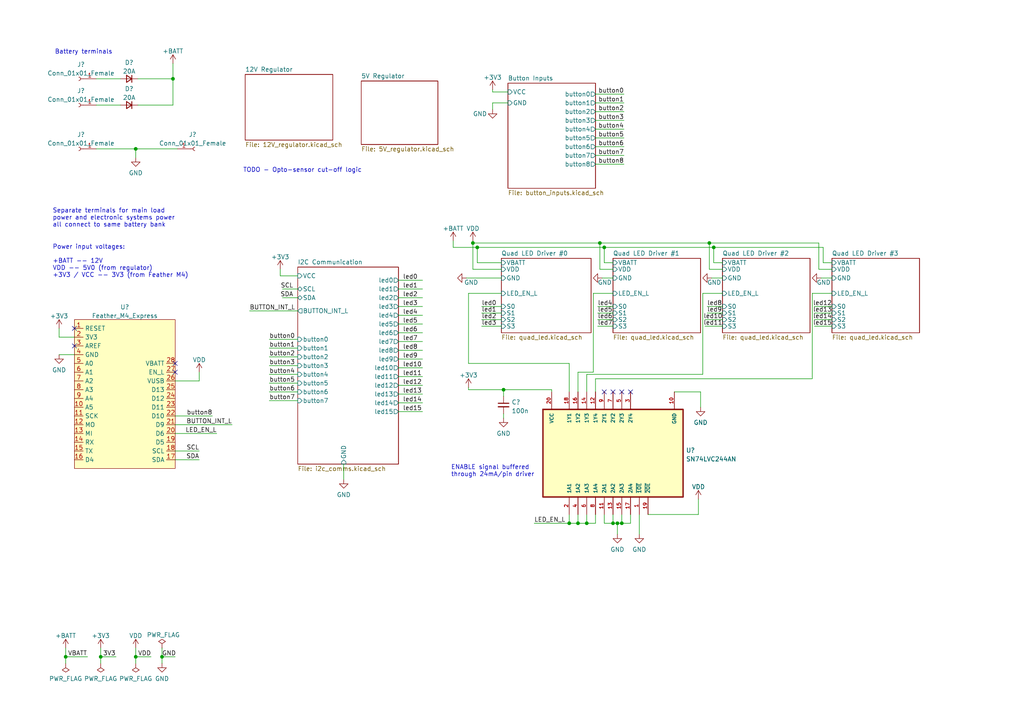
<source format=kicad_sch>
(kicad_sch (version 20211123) (generator eeschema)

  (uuid e63e39d7-6ac0-4ffd-8aa3-1841a4541b55)

  (paper "A4")

  (lib_symbols
    (symbol "Aaron-Arduino:Feather_M4_Express" (in_bom yes) (on_board yes)
      (property "Reference" "U" (id 0) (at 1.27 1.27 0)
        (effects (font (size 1.27 1.27)))
      )
      (property "Value" "Feather_M4_Express" (id 1) (at 19.05 -2.54 0)
        (effects (font (size 1.27 1.27)))
      )
      (property "Footprint" "aaron-imported-parts:Arduino_Feather_M4_Express_PinHeaders" (id 2) (at 12.7 -44.45 0)
        (effects (font (size 1.27 1.27)) hide)
      )
      (property "Datasheet" "" (id 3) (at 13.97 -11.43 0)
        (effects (font (size 1.27 1.27)) hide)
      )
      (property "ki_keywords" "Arduino Feather ATSAMD51" (id 4) (at 0 0 0)
        (effects (font (size 1.27 1.27)) hide)
      )
      (property "ki_description" "Adafruit Arduino M4 Express on headers" (id 5) (at 0 0 0)
        (effects (font (size 1.27 1.27)) hide)
      )
      (symbol "Feather_M4_Express_0_1"
        (rectangle (start 0 0) (end 29.21 -43.18)
          (stroke (width 0.1524) (type default) (color 0 0 0 0))
          (fill (type background))
        )
      )
      (symbol "Feather_M4_Express_1_1"
        (pin input line (at 0 -2.54 0) (length 2.54)
          (name "RESET" (effects (font (size 1.27 1.27))))
          (number "1" (effects (font (size 1.27 1.27))))
        )
        (pin bidirectional line (at 0 -25.4 0) (length 2.54)
          (name "A5" (effects (font (size 1.27 1.27))))
          (number "10" (effects (font (size 1.27 1.27))))
        )
        (pin bidirectional line (at 0 -27.94 0) (length 2.54)
          (name "SCK" (effects (font (size 1.27 1.27))))
          (number "11" (effects (font (size 1.27 1.27))))
        )
        (pin bidirectional line (at 0 -30.48 0) (length 2.54)
          (name "MO" (effects (font (size 1.27 1.27))))
          (number "12" (effects (font (size 1.27 1.27))))
        )
        (pin bidirectional line (at 0 -33.02 0) (length 2.54)
          (name "MI" (effects (font (size 1.27 1.27))))
          (number "13" (effects (font (size 1.27 1.27))))
        )
        (pin bidirectional line (at 0 -35.56 0) (length 2.54)
          (name "RX" (effects (font (size 1.27 1.27))))
          (number "14" (effects (font (size 1.27 1.27))))
        )
        (pin bidirectional line (at 0 -38.1 0) (length 2.54)
          (name "TX" (effects (font (size 1.27 1.27))))
          (number "15" (effects (font (size 1.27 1.27))))
        )
        (pin bidirectional line (at 0 -40.64 0) (length 2.54)
          (name "D4" (effects (font (size 1.27 1.27))))
          (number "16" (effects (font (size 1.27 1.27))))
        )
        (pin bidirectional line (at 29.21 -40.64 180) (length 2.54)
          (name "SDA" (effects (font (size 1.27 1.27))))
          (number "17" (effects (font (size 1.27 1.27))))
        )
        (pin bidirectional line (at 29.21 -38.1 180) (length 2.54)
          (name "SCL" (effects (font (size 1.27 1.27))))
          (number "18" (effects (font (size 1.27 1.27))))
        )
        (pin bidirectional line (at 29.21 -35.56 180) (length 2.54)
          (name "D5" (effects (font (size 1.27 1.27))))
          (number "19" (effects (font (size 1.27 1.27))))
        )
        (pin power_out line (at 0 -5.08 0) (length 2.54)
          (name "3V3" (effects (font (size 1.27 1.27))))
          (number "2" (effects (font (size 1.27 1.27))))
        )
        (pin bidirectional line (at 29.21 -33.02 180) (length 2.54)
          (name "D6" (effects (font (size 1.27 1.27))))
          (number "20" (effects (font (size 1.27 1.27))))
        )
        (pin bidirectional line (at 29.21 -30.48 180) (length 2.54)
          (name "D9" (effects (font (size 1.27 1.27))))
          (number "21" (effects (font (size 1.27 1.27))))
        )
        (pin bidirectional line (at 29.21 -27.94 180) (length 2.54)
          (name "D10" (effects (font (size 1.27 1.27))))
          (number "22" (effects (font (size 1.27 1.27))))
        )
        (pin bidirectional line (at 29.21 -25.4 180) (length 2.54)
          (name "D11" (effects (font (size 1.27 1.27))))
          (number "23" (effects (font (size 1.27 1.27))))
        )
        (pin bidirectional line (at 29.21 -22.86 180) (length 2.54)
          (name "D12" (effects (font (size 1.27 1.27))))
          (number "24" (effects (font (size 1.27 1.27))))
        )
        (pin bidirectional line (at 29.21 -20.32 180) (length 2.54)
          (name "D13" (effects (font (size 1.27 1.27))))
          (number "25" (effects (font (size 1.27 1.27))))
        )
        (pin power_in line (at 29.21 -17.78 180) (length 2.54)
          (name "VUSB" (effects (font (size 1.27 1.27))))
          (number "26" (effects (font (size 1.27 1.27))))
        )
        (pin input line (at 29.21 -15.24 180) (length 2.54)
          (name "EN_L" (effects (font (size 1.27 1.27))))
          (number "27" (effects (font (size 1.27 1.27))))
        )
        (pin power_in line (at 29.21 -12.7 180) (length 2.54)
          (name "VBATT" (effects (font (size 1.27 1.27))))
          (number "28" (effects (font (size 1.27 1.27))))
        )
        (pin power_in line (at 0 -7.62 0) (length 2.54)
          (name "AREF" (effects (font (size 1.27 1.27))))
          (number "3" (effects (font (size 1.27 1.27))))
        )
        (pin power_in line (at 0 -10.16 0) (length 2.54)
          (name "GND" (effects (font (size 1.27 1.27))))
          (number "4" (effects (font (size 1.27 1.27))))
        )
        (pin bidirectional line (at 0 -12.7 0) (length 2.54)
          (name "A0" (effects (font (size 1.27 1.27))))
          (number "5" (effects (font (size 1.27 1.27))))
        )
        (pin bidirectional line (at 0 -15.24 0) (length 2.54)
          (name "A1" (effects (font (size 1.27 1.27))))
          (number "6" (effects (font (size 1.27 1.27))))
        )
        (pin bidirectional line (at 0 -17.78 0) (length 2.54)
          (name "A2" (effects (font (size 1.27 1.27))))
          (number "7" (effects (font (size 1.27 1.27))))
        )
        (pin bidirectional line (at 0 -20.32 0) (length 2.54)
          (name "A3" (effects (font (size 1.27 1.27))))
          (number "8" (effects (font (size 1.27 1.27))))
        )
        (pin bidirectional line (at 0 -22.86 0) (length 2.54)
          (name "A4" (effects (font (size 1.27 1.27))))
          (number "9" (effects (font (size 1.27 1.27))))
        )
      )
    )
    (symbol "Aaron-TI-Buffers:SN74LVC244AN" (pin_names (offset 1.016)) (in_bom yes) (on_board yes)
      (property "Reference" "U" (id 0) (at -12.7 21.3106 0)
        (effects (font (size 1.27 1.27)) (justify left bottom))
      )
      (property "Value" "SN74LVC244AN" (id 1) (at -12.7 -24.3078 0)
        (effects (font (size 1.27 1.27)) (justify left bottom))
      )
      (property "Footprint" "Aaron_TI_Parts:TI_N_R-PDIP-T20" (id 2) (at 0 0 0)
        (effects (font (size 1.27 1.27)) (justify left bottom) hide)
      )
      (property "Datasheet" "https://www.ti.com/lit/ds/symlink/sn74lvc244a.pdf" (id 3) (at 0 0 0)
        (effects (font (size 1.27 1.27)) (justify left bottom) hide)
      )
      (property "ki_keywords" "buffer 74244 74244A" (id 4) (at 0 0 0)
        (effects (font (size 1.27 1.27)) hide)
      )
      (property "ki_description" "74LVC244A Octal Bus Buffer, noninverting (PDIP)" (id 5) (at 0 0 0)
        (effects (font (size 1.27 1.27)) hide)
      )
      (symbol "SN74LVC244AN_0_0"
        (rectangle (start -12.7 -20.32) (end 12.7 20.32)
          (stroke (width 0.4064) (type default) (color 0 0 0 0))
          (fill (type background))
        )
        (pin input line (at -17.78 -7.62 0) (length 5.08)
          (name "~{1OE}" (effects (font (size 1.016 1.016))))
          (number "1" (effects (font (size 1.016 1.016))))
        )
        (pin power_in line (at 17.78 -17.78 180) (length 5.08)
          (name "GND" (effects (font (size 1.016 1.016))))
          (number "10" (effects (font (size 1.016 1.016))))
        )
        (pin input line (at -17.78 2.54 0) (length 5.08)
          (name "2A1" (effects (font (size 1.016 1.016))))
          (number "11" (effects (font (size 1.016 1.016))))
        )
        (pin output line (at 17.78 5.08 180) (length 5.08)
          (name "1Y4" (effects (font (size 1.016 1.016))))
          (number "12" (effects (font (size 1.016 1.016))))
        )
        (pin input line (at -17.78 0 0) (length 5.08)
          (name "2A2" (effects (font (size 1.016 1.016))))
          (number "13" (effects (font (size 1.016 1.016))))
        )
        (pin output line (at 17.78 7.62 180) (length 5.08)
          (name "1Y3" (effects (font (size 1.016 1.016))))
          (number "14" (effects (font (size 1.016 1.016))))
        )
        (pin input line (at -17.78 -2.54 0) (length 5.08)
          (name "2A3" (effects (font (size 1.016 1.016))))
          (number "15" (effects (font (size 1.016 1.016))))
        )
        (pin output line (at 17.78 10.16 180) (length 5.08)
          (name "1Y2" (effects (font (size 1.016 1.016))))
          (number "16" (effects (font (size 1.016 1.016))))
        )
        (pin input line (at -17.78 -5.08 0) (length 5.08)
          (name "2A4" (effects (font (size 1.016 1.016))))
          (number "17" (effects (font (size 1.016 1.016))))
        )
        (pin output line (at 17.78 12.7 180) (length 5.08)
          (name "1Y1" (effects (font (size 1.016 1.016))))
          (number "18" (effects (font (size 1.016 1.016))))
        )
        (pin input line (at -17.78 -10.16 0) (length 5.08)
          (name "~{2OE}" (effects (font (size 1.016 1.016))))
          (number "19" (effects (font (size 1.016 1.016))))
        )
        (pin input line (at -17.78 12.7 0) (length 5.08)
          (name "1A1" (effects (font (size 1.016 1.016))))
          (number "2" (effects (font (size 1.016 1.016))))
        )
        (pin power_in line (at 17.78 17.78 180) (length 5.08)
          (name "VCC" (effects (font (size 1.016 1.016))))
          (number "20" (effects (font (size 1.016 1.016))))
        )
        (pin output line (at 17.78 -5.08 180) (length 5.08)
          (name "2Y4" (effects (font (size 1.016 1.016))))
          (number "3" (effects (font (size 1.016 1.016))))
        )
        (pin input line (at -17.78 10.16 0) (length 5.08)
          (name "1A2" (effects (font (size 1.016 1.016))))
          (number "4" (effects (font (size 1.016 1.016))))
        )
        (pin output line (at 17.78 -2.54 180) (length 5.08)
          (name "2Y3" (effects (font (size 1.016 1.016))))
          (number "5" (effects (font (size 1.016 1.016))))
        )
        (pin input line (at -17.78 7.62 0) (length 5.08)
          (name "1A3" (effects (font (size 1.016 1.016))))
          (number "6" (effects (font (size 1.016 1.016))))
        )
        (pin output line (at 17.78 0 180) (length 5.08)
          (name "2Y2" (effects (font (size 1.016 1.016))))
          (number "7" (effects (font (size 1.016 1.016))))
        )
        (pin input line (at -17.78 5.08 0) (length 5.08)
          (name "1A4" (effects (font (size 1.016 1.016))))
          (number "8" (effects (font (size 1.016 1.016))))
        )
        (pin output line (at 17.78 2.54 180) (length 5.08)
          (name "2Y1" (effects (font (size 1.016 1.016))))
          (number "9" (effects (font (size 1.016 1.016))))
        )
      )
    )
    (symbol "Connector:Conn_01x01_Female" (pin_names (offset 1.016) hide) (in_bom yes) (on_board yes)
      (property "Reference" "J" (id 0) (at 0 2.54 0)
        (effects (font (size 1.27 1.27)))
      )
      (property "Value" "Conn_01x01_Female" (id 1) (at 0 -2.54 0)
        (effects (font (size 1.27 1.27)))
      )
      (property "Footprint" "" (id 2) (at 0 0 0)
        (effects (font (size 1.27 1.27)) hide)
      )
      (property "Datasheet" "~" (id 3) (at 0 0 0)
        (effects (font (size 1.27 1.27)) hide)
      )
      (property "ki_keywords" "connector" (id 4) (at 0 0 0)
        (effects (font (size 1.27 1.27)) hide)
      )
      (property "ki_description" "Generic connector, single row, 01x01, script generated (kicad-library-utils/schlib/autogen/connector/)" (id 5) (at 0 0 0)
        (effects (font (size 1.27 1.27)) hide)
      )
      (property "ki_fp_filters" "Connector*:*" (id 6) (at 0 0 0)
        (effects (font (size 1.27 1.27)) hide)
      )
      (symbol "Conn_01x01_Female_1_1"
        (polyline
          (pts
            (xy -1.27 0)
            (xy -0.508 0)
          )
          (stroke (width 0.1524) (type default) (color 0 0 0 0))
          (fill (type none))
        )
        (arc (start 0 0.508) (mid -0.508 0) (end 0 -0.508)
          (stroke (width 0.1524) (type default) (color 0 0 0 0))
          (fill (type none))
        )
        (pin passive line (at -5.08 0 0) (length 3.81)
          (name "Pin_1" (effects (font (size 1.27 1.27))))
          (number "1" (effects (font (size 1.27 1.27))))
        )
      )
    )
    (symbol "Device:C_Small" (pin_numbers hide) (pin_names (offset 0.254) hide) (in_bom yes) (on_board yes)
      (property "Reference" "C" (id 0) (at 0.254 1.778 0)
        (effects (font (size 1.27 1.27)) (justify left))
      )
      (property "Value" "C_Small" (id 1) (at 0.254 -2.032 0)
        (effects (font (size 1.27 1.27)) (justify left))
      )
      (property "Footprint" "" (id 2) (at 0 0 0)
        (effects (font (size 1.27 1.27)) hide)
      )
      (property "Datasheet" "~" (id 3) (at 0 0 0)
        (effects (font (size 1.27 1.27)) hide)
      )
      (property "ki_keywords" "capacitor cap" (id 4) (at 0 0 0)
        (effects (font (size 1.27 1.27)) hide)
      )
      (property "ki_description" "Unpolarized capacitor, small symbol" (id 5) (at 0 0 0)
        (effects (font (size 1.27 1.27)) hide)
      )
      (property "ki_fp_filters" "C_*" (id 6) (at 0 0 0)
        (effects (font (size 1.27 1.27)) hide)
      )
      (symbol "C_Small_0_1"
        (polyline
          (pts
            (xy -1.524 -0.508)
            (xy 1.524 -0.508)
          )
          (stroke (width 0.3302) (type default) (color 0 0 0 0))
          (fill (type none))
        )
        (polyline
          (pts
            (xy -1.524 0.508)
            (xy 1.524 0.508)
          )
          (stroke (width 0.3048) (type default) (color 0 0 0 0))
          (fill (type none))
        )
      )
      (symbol "C_Small_1_1"
        (pin passive line (at 0 2.54 270) (length 2.032)
          (name "~" (effects (font (size 1.27 1.27))))
          (number "1" (effects (font (size 1.27 1.27))))
        )
        (pin passive line (at 0 -2.54 90) (length 2.032)
          (name "~" (effects (font (size 1.27 1.27))))
          (number "2" (effects (font (size 1.27 1.27))))
        )
      )
    )
    (symbol "Device:D_Small" (pin_numbers hide) (pin_names (offset 0.254) hide) (in_bom yes) (on_board yes)
      (property "Reference" "D" (id 0) (at -1.27 2.032 0)
        (effects (font (size 1.27 1.27)) (justify left))
      )
      (property "Value" "D_Small" (id 1) (at -3.81 -2.032 0)
        (effects (font (size 1.27 1.27)) (justify left))
      )
      (property "Footprint" "" (id 2) (at 0 0 90)
        (effects (font (size 1.27 1.27)) hide)
      )
      (property "Datasheet" "~" (id 3) (at 0 0 90)
        (effects (font (size 1.27 1.27)) hide)
      )
      (property "ki_keywords" "diode" (id 4) (at 0 0 0)
        (effects (font (size 1.27 1.27)) hide)
      )
      (property "ki_description" "Diode, small symbol" (id 5) (at 0 0 0)
        (effects (font (size 1.27 1.27)) hide)
      )
      (property "ki_fp_filters" "TO-???* *_Diode_* *SingleDiode* D_*" (id 6) (at 0 0 0)
        (effects (font (size 1.27 1.27)) hide)
      )
      (symbol "D_Small_0_1"
        (polyline
          (pts
            (xy -0.762 -1.016)
            (xy -0.762 1.016)
          )
          (stroke (width 0.254) (type default) (color 0 0 0 0))
          (fill (type none))
        )
        (polyline
          (pts
            (xy -0.762 0)
            (xy 0.762 0)
          )
          (stroke (width 0) (type default) (color 0 0 0 0))
          (fill (type none))
        )
        (polyline
          (pts
            (xy 0.762 -1.016)
            (xy -0.762 0)
            (xy 0.762 1.016)
            (xy 0.762 -1.016)
          )
          (stroke (width 0.254) (type default) (color 0 0 0 0))
          (fill (type none))
        )
      )
      (symbol "D_Small_1_1"
        (pin passive line (at -2.54 0 0) (length 1.778)
          (name "K" (effects (font (size 1.27 1.27))))
          (number "1" (effects (font (size 1.27 1.27))))
        )
        (pin passive line (at 2.54 0 180) (length 1.778)
          (name "A" (effects (font (size 1.27 1.27))))
          (number "2" (effects (font (size 1.27 1.27))))
        )
      )
    )
    (symbol "power:+3V3" (power) (pin_names (offset 0)) (in_bom yes) (on_board yes)
      (property "Reference" "#PWR" (id 0) (at 0 -3.81 0)
        (effects (font (size 1.27 1.27)) hide)
      )
      (property "Value" "+3V3" (id 1) (at 0 3.556 0)
        (effects (font (size 1.27 1.27)))
      )
      (property "Footprint" "" (id 2) (at 0 0 0)
        (effects (font (size 1.27 1.27)) hide)
      )
      (property "Datasheet" "" (id 3) (at 0 0 0)
        (effects (font (size 1.27 1.27)) hide)
      )
      (property "ki_keywords" "power-flag" (id 4) (at 0 0 0)
        (effects (font (size 1.27 1.27)) hide)
      )
      (property "ki_description" "Power symbol creates a global label with name \"+3V3\"" (id 5) (at 0 0 0)
        (effects (font (size 1.27 1.27)) hide)
      )
      (symbol "+3V3_0_1"
        (polyline
          (pts
            (xy -0.762 1.27)
            (xy 0 2.54)
          )
          (stroke (width 0) (type default) (color 0 0 0 0))
          (fill (type none))
        )
        (polyline
          (pts
            (xy 0 0)
            (xy 0 2.54)
          )
          (stroke (width 0) (type default) (color 0 0 0 0))
          (fill (type none))
        )
        (polyline
          (pts
            (xy 0 2.54)
            (xy 0.762 1.27)
          )
          (stroke (width 0) (type default) (color 0 0 0 0))
          (fill (type none))
        )
      )
      (symbol "+3V3_1_1"
        (pin power_in line (at 0 0 90) (length 0) hide
          (name "+3V3" (effects (font (size 1.27 1.27))))
          (number "1" (effects (font (size 1.27 1.27))))
        )
      )
    )
    (symbol "power:+BATT" (power) (pin_names (offset 0)) (in_bom yes) (on_board yes)
      (property "Reference" "#PWR" (id 0) (at 0 -3.81 0)
        (effects (font (size 1.27 1.27)) hide)
      )
      (property "Value" "+BATT" (id 1) (at 0 3.556 0)
        (effects (font (size 1.27 1.27)))
      )
      (property "Footprint" "" (id 2) (at 0 0 0)
        (effects (font (size 1.27 1.27)) hide)
      )
      (property "Datasheet" "" (id 3) (at 0 0 0)
        (effects (font (size 1.27 1.27)) hide)
      )
      (property "ki_keywords" "power-flag battery" (id 4) (at 0 0 0)
        (effects (font (size 1.27 1.27)) hide)
      )
      (property "ki_description" "Power symbol creates a global label with name \"+BATT\"" (id 5) (at 0 0 0)
        (effects (font (size 1.27 1.27)) hide)
      )
      (symbol "+BATT_0_1"
        (polyline
          (pts
            (xy -0.762 1.27)
            (xy 0 2.54)
          )
          (stroke (width 0) (type default) (color 0 0 0 0))
          (fill (type none))
        )
        (polyline
          (pts
            (xy 0 0)
            (xy 0 2.54)
          )
          (stroke (width 0) (type default) (color 0 0 0 0))
          (fill (type none))
        )
        (polyline
          (pts
            (xy 0 2.54)
            (xy 0.762 1.27)
          )
          (stroke (width 0) (type default) (color 0 0 0 0))
          (fill (type none))
        )
      )
      (symbol "+BATT_1_1"
        (pin power_in line (at 0 0 90) (length 0) hide
          (name "+BATT" (effects (font (size 1.27 1.27))))
          (number "1" (effects (font (size 1.27 1.27))))
        )
      )
    )
    (symbol "power:GND" (power) (pin_names (offset 0)) (in_bom yes) (on_board yes)
      (property "Reference" "#PWR" (id 0) (at 0 -6.35 0)
        (effects (font (size 1.27 1.27)) hide)
      )
      (property "Value" "GND" (id 1) (at 0 -3.81 0)
        (effects (font (size 1.27 1.27)))
      )
      (property "Footprint" "" (id 2) (at 0 0 0)
        (effects (font (size 1.27 1.27)) hide)
      )
      (property "Datasheet" "" (id 3) (at 0 0 0)
        (effects (font (size 1.27 1.27)) hide)
      )
      (property "ki_keywords" "power-flag" (id 4) (at 0 0 0)
        (effects (font (size 1.27 1.27)) hide)
      )
      (property "ki_description" "Power symbol creates a global label with name \"GND\" , ground" (id 5) (at 0 0 0)
        (effects (font (size 1.27 1.27)) hide)
      )
      (symbol "GND_0_1"
        (polyline
          (pts
            (xy 0 0)
            (xy 0 -1.27)
            (xy 1.27 -1.27)
            (xy 0 -2.54)
            (xy -1.27 -1.27)
            (xy 0 -1.27)
          )
          (stroke (width 0) (type default) (color 0 0 0 0))
          (fill (type none))
        )
      )
      (symbol "GND_1_1"
        (pin power_in line (at 0 0 270) (length 0) hide
          (name "GND" (effects (font (size 1.27 1.27))))
          (number "1" (effects (font (size 1.27 1.27))))
        )
      )
    )
    (symbol "power:PWR_FLAG" (power) (pin_numbers hide) (pin_names (offset 0) hide) (in_bom yes) (on_board yes)
      (property "Reference" "#FLG" (id 0) (at 0 1.905 0)
        (effects (font (size 1.27 1.27)) hide)
      )
      (property "Value" "PWR_FLAG" (id 1) (at 0 3.81 0)
        (effects (font (size 1.27 1.27)))
      )
      (property "Footprint" "" (id 2) (at 0 0 0)
        (effects (font (size 1.27 1.27)) hide)
      )
      (property "Datasheet" "~" (id 3) (at 0 0 0)
        (effects (font (size 1.27 1.27)) hide)
      )
      (property "ki_keywords" "power-flag" (id 4) (at 0 0 0)
        (effects (font (size 1.27 1.27)) hide)
      )
      (property "ki_description" "Special symbol for telling ERC where power comes from" (id 5) (at 0 0 0)
        (effects (font (size 1.27 1.27)) hide)
      )
      (symbol "PWR_FLAG_0_0"
        (pin power_out line (at 0 0 90) (length 0)
          (name "pwr" (effects (font (size 1.27 1.27))))
          (number "1" (effects (font (size 1.27 1.27))))
        )
      )
      (symbol "PWR_FLAG_0_1"
        (polyline
          (pts
            (xy 0 0)
            (xy 0 1.27)
            (xy -1.016 1.905)
            (xy 0 2.54)
            (xy 1.016 1.905)
            (xy 0 1.27)
          )
          (stroke (width 0) (type default) (color 0 0 0 0))
          (fill (type none))
        )
      )
    )
    (symbol "power:VDD" (power) (pin_names (offset 0)) (in_bom yes) (on_board yes)
      (property "Reference" "#PWR" (id 0) (at 0 -3.81 0)
        (effects (font (size 1.27 1.27)) hide)
      )
      (property "Value" "VDD" (id 1) (at 0 3.81 0)
        (effects (font (size 1.27 1.27)))
      )
      (property "Footprint" "" (id 2) (at 0 0 0)
        (effects (font (size 1.27 1.27)) hide)
      )
      (property "Datasheet" "" (id 3) (at 0 0 0)
        (effects (font (size 1.27 1.27)) hide)
      )
      (property "ki_keywords" "power-flag" (id 4) (at 0 0 0)
        (effects (font (size 1.27 1.27)) hide)
      )
      (property "ki_description" "Power symbol creates a global label with name \"VDD\"" (id 5) (at 0 0 0)
        (effects (font (size 1.27 1.27)) hide)
      )
      (symbol "VDD_0_1"
        (polyline
          (pts
            (xy -0.762 1.27)
            (xy 0 2.54)
          )
          (stroke (width 0) (type default) (color 0 0 0 0))
          (fill (type none))
        )
        (polyline
          (pts
            (xy 0 0)
            (xy 0 2.54)
          )
          (stroke (width 0) (type default) (color 0 0 0 0))
          (fill (type none))
        )
        (polyline
          (pts
            (xy 0 2.54)
            (xy 0.762 1.27)
          )
          (stroke (width 0) (type default) (color 0 0 0 0))
          (fill (type none))
        )
      )
      (symbol "VDD_1_1"
        (pin power_in line (at 0 0 90) (length 0) hide
          (name "VDD" (effects (font (size 1.27 1.27))))
          (number "1" (effects (font (size 1.27 1.27))))
        )
      )
    )
  )

  (junction (at 46.99 190.5) (diameter 0) (color 0 0 0 0)
    (uuid 2799235e-6baa-4b2c-9bd2-c2cb824b48fb)
  )
  (junction (at 180.34 151.765) (diameter 0) (color 0 0 0 0)
    (uuid 2cbcb3da-7476-4c25-8d21-9922c594373f)
  )
  (junction (at 167.64 151.765) (diameter 0) (color 0 0 0 0)
    (uuid 2f3ab605-031e-454a-93dd-54ff3e01408a)
  )
  (junction (at 165.1 151.765) (diameter 0) (color 0 0 0 0)
    (uuid 338cc509-99e3-4f09-ae2d-d9800309fc71)
  )
  (junction (at 179.07 151.765) (diameter 0) (color 0 0 0 0)
    (uuid 38a19770-02ec-4dd8-927e-d3edf77e566d)
  )
  (junction (at 175.26 71.755) (diameter 0) (color 0 0 0 0)
    (uuid 4d6acdf0-6724-4721-976f-6af5f9cd1c46)
  )
  (junction (at 205.74 70.485) (diameter 0) (color 0 0 0 0)
    (uuid 5b1c4649-0d01-4c1b-8824-9ba4fa9b928c)
  )
  (junction (at 19.05 190.5) (diameter 0) (color 0 0 0 0)
    (uuid 6627b892-e95c-4653-a303-66adc34b5022)
  )
  (junction (at 173.99 70.485) (diameter 0) (color 0 0 0 0)
    (uuid 6c0c1548-6c6a-42e5-95a1-034973b896a5)
  )
  (junction (at 50.165 22.86) (diameter 0) (color 0 0 0 0)
    (uuid 6fbf3fdb-12b8-4f50-a72f-c9103a8913dd)
  )
  (junction (at 146.05 113.03) (diameter 0) (color 0 0 0 0)
    (uuid 7661d0fe-ac63-4ad3-9963-791b2a57181d)
  )
  (junction (at 177.8 151.765) (diameter 0) (color 0 0 0 0)
    (uuid 93342ed4-4a57-459c-885b-e1d709486445)
  )
  (junction (at 39.37 190.5) (diameter 0) (color 0 0 0 0)
    (uuid abd3156d-3355-45cb-8f24-3b83a8e579e5)
  )
  (junction (at 39.37 43.18) (diameter 0) (color 0 0 0 0)
    (uuid c04b1054-b852-4aeb-84cd-ed4ece227311)
  )
  (junction (at 170.18 151.765) (diameter 0) (color 0 0 0 0)
    (uuid d48f8535-752a-4ae3-a533-cf5d32727bba)
  )
  (junction (at 138.43 71.755) (diameter 0) (color 0 0 0 0)
    (uuid e733eb87-7129-48fc-9066-5ce765815f20)
  )
  (junction (at 137.16 70.485) (diameter 0) (color 0 0 0 0)
    (uuid ec8ba03c-08b6-41ef-97a0-d298b2833239)
  )
  (junction (at 29.21 190.5) (diameter 0) (color 0 0 0 0)
    (uuid f027f58c-90b9-4bd1-8d91-fbbd4a94dba0)
  )
  (junction (at 207.01 71.755) (diameter 0) (color 0 0 0 0)
    (uuid f389b310-ea8b-4a57-bdf1-8525df747989)
  )

  (no_connect (at 180.34 113.665) (uuid 1d5e9390-5864-474d-a48d-2148e974e60c))
  (no_connect (at 182.88 113.665) (uuid 1decade0-a94c-48bc-a7ef-2060ddf685ed))
  (no_connect (at 177.8 113.665) (uuid 45342c05-3a0b-4695-ba84-7ce6177faf1c))
  (no_connect (at 175.26 113.665) (uuid 68835b35-eada-4342-8445-d60d28bb42a0))
  (no_connect (at 50.8 107.95) (uuid 6b4007a8-3c2e-4901-8f99-31c7e89ce030))
  (no_connect (at 50.8 105.41) (uuid 6b4007a8-3c2e-4901-8f99-31c7e89ce031))
  (no_connect (at 21.59 100.33) (uuid 7014af3e-1a04-4575-bc3a-4225a6be4bff))
  (no_connect (at 21.59 95.25) (uuid 7014af3e-1a04-4575-bc3a-4225a6be4c00))

  (wire (pts (xy 154.94 151.765) (xy 165.1 151.765))
    (stroke (width 0) (type default) (color 0 0 0 0))
    (uuid 005bbfff-9e6f-419f-8cd1-9d1711c39a4c)
  )
  (wire (pts (xy 235.585 85.09) (xy 235.585 109.855))
    (stroke (width 0) (type default) (color 0 0 0 0))
    (uuid 02e22c6a-5dbc-4e84-b0ce-961640250f44)
  )
  (wire (pts (xy 40.005 30.48) (xy 50.165 30.48))
    (stroke (width 0) (type default) (color 0 0 0 0))
    (uuid 02e53a75-c075-4c1c-a9f8-57491b2f49c0)
  )
  (wire (pts (xy 86.36 100.965) (xy 78.105 100.965))
    (stroke (width 0) (type default) (color 0 0 0 0))
    (uuid 0416d7c8-1852-4a6e-95fb-4d13e9557e7c)
  )
  (wire (pts (xy 115.57 91.44) (xy 122.555 91.44))
    (stroke (width 0) (type default) (color 0 0 0 0))
    (uuid 044afffb-0c29-4a4e-bd8d-f9b251993d95)
  )
  (wire (pts (xy 138.43 76.2) (xy 138.43 71.755))
    (stroke (width 0) (type default) (color 0 0 0 0))
    (uuid 04d123a3-5fd1-449d-9fa2-0005c3148c7d)
  )
  (wire (pts (xy 172.72 151.765) (xy 170.18 151.765))
    (stroke (width 0) (type default) (color 0 0 0 0))
    (uuid 078af5d8-9443-483e-b4f5-0dfd3ed396c8)
  )
  (wire (pts (xy 203.2 113.665) (xy 195.58 113.665))
    (stroke (width 0) (type default) (color 0 0 0 0))
    (uuid 091a6711-2226-47a4-a786-33193d83b686)
  )
  (wire (pts (xy 86.36 116.205) (xy 78.105 116.205))
    (stroke (width 0) (type default) (color 0 0 0 0))
    (uuid 0c3adcf4-fab3-4b15-8db1-1c7c183e9d6c)
  )
  (wire (pts (xy 203.2 118.11) (xy 203.2 113.665))
    (stroke (width 0) (type default) (color 0 0 0 0))
    (uuid 0cbe057b-201e-4521-9313-90acdca55466)
  )
  (wire (pts (xy 146.05 120.015) (xy 146.05 121.285))
    (stroke (width 0) (type default) (color 0 0 0 0))
    (uuid 0eacb72c-bb56-4b81-9477-a5020ba0870a)
  )
  (wire (pts (xy 135.255 80.645) (xy 145.415 80.645))
    (stroke (width 0) (type default) (color 0 0 0 0))
    (uuid 0f1218ca-b490-4372-9b9e-85d2abb086a6)
  )
  (wire (pts (xy 145.415 85.09) (xy 135.89 85.09))
    (stroke (width 0) (type default) (color 0 0 0 0))
    (uuid 113370da-6bcf-466f-b3fe-91d429e412e5)
  )
  (wire (pts (xy 167.64 107.95) (xy 167.64 113.665))
    (stroke (width 0) (type default) (color 0 0 0 0))
    (uuid 1134cf77-216d-4595-8323-9b1010391064)
  )
  (wire (pts (xy 172.72 40.005) (xy 180.975 40.005))
    (stroke (width 0) (type default) (color 0 0 0 0))
    (uuid 1167b08d-790f-495e-a8e4-74ae8646b1e6)
  )
  (wire (pts (xy 39.37 190.5) (xy 39.37 192.405))
    (stroke (width 0) (type default) (color 0 0 0 0))
    (uuid 15613ff6-443e-479b-85ca-e9dbf7e66410)
  )
  (wire (pts (xy 115.57 109.22) (xy 122.555 109.22))
    (stroke (width 0) (type default) (color 0 0 0 0))
    (uuid 157ea88a-9fea-411c-90a0-b4d311288f3d)
  )
  (wire (pts (xy 146.05 113.03) (xy 160.02 113.03))
    (stroke (width 0) (type default) (color 0 0 0 0))
    (uuid 158f572f-d629-4724-817e-dc3ad911f622)
  )
  (wire (pts (xy 203.835 85.09) (xy 209.55 85.09))
    (stroke (width 0) (type default) (color 0 0 0 0))
    (uuid 166c0a00-1c02-44a3-8d3d-cc24e84a753d)
  )
  (wire (pts (xy 27.94 22.86) (xy 34.925 22.86))
    (stroke (width 0) (type default) (color 0 0 0 0))
    (uuid 1807fa9e-a108-48a1-86e0-411edcf20691)
  )
  (wire (pts (xy 177.8 151.765) (xy 179.07 151.765))
    (stroke (width 0) (type default) (color 0 0 0 0))
    (uuid 189161c4-67d4-4a69-9817-bc0175d78904)
  )
  (wire (pts (xy 142.875 31.75) (xy 142.875 29.845))
    (stroke (width 0) (type default) (color 0 0 0 0))
    (uuid 18a9bb9f-fe6d-4807-978a-2e1a009e00c0)
  )
  (wire (pts (xy 172.72 37.465) (xy 180.975 37.465))
    (stroke (width 0) (type default) (color 0 0 0 0))
    (uuid 1a4f19bc-e1dd-4e07-a852-4268a7cd414c)
  )
  (wire (pts (xy 172.085 85.09) (xy 172.085 107.95))
    (stroke (width 0) (type default) (color 0 0 0 0))
    (uuid 2059d1dd-a8cf-46f3-9d8f-fe97604af70b)
  )
  (wire (pts (xy 175.26 149.225) (xy 175.26 151.765))
    (stroke (width 0) (type default) (color 0 0 0 0))
    (uuid 24a33821-94e0-4c12-b180-6d06e83d749a)
  )
  (wire (pts (xy 204.47 94.615) (xy 209.55 94.615))
    (stroke (width 0) (type default) (color 0 0 0 0))
    (uuid 2976c879-ab01-4109-97c1-f6d2bf5ac387)
  )
  (wire (pts (xy 174.625 80.645) (xy 177.8 80.645))
    (stroke (width 0) (type default) (color 0 0 0 0))
    (uuid 2cf25e9f-8ebf-40cb-8e93-2e65bf4c304e)
  )
  (wire (pts (xy 86.36 98.425) (xy 78.105 98.425))
    (stroke (width 0) (type default) (color 0 0 0 0))
    (uuid 2df300dc-005f-4bc8-89d4-f94f1252cd08)
  )
  (wire (pts (xy 135.89 112.395) (xy 135.89 113.03))
    (stroke (width 0) (type default) (color 0 0 0 0))
    (uuid 2e54b51c-9b99-4d58-9817-3fc30e2044e2)
  )
  (wire (pts (xy 205.105 90.805) (xy 209.55 90.805))
    (stroke (width 0) (type default) (color 0 0 0 0))
    (uuid 2ed371f1-bb6f-47b8-a434-5ff3fb8ec8dd)
  )
  (wire (pts (xy 39.37 190.5) (xy 43.815 190.5))
    (stroke (width 0) (type default) (color 0 0 0 0))
    (uuid 2ff6c2f6-859f-4200-87f0-32a95774a8eb)
  )
  (wire (pts (xy 50.8 123.19) (xy 67.31 123.19))
    (stroke (width 0) (type default) (color 0 0 0 0))
    (uuid 30926b4a-3837-44cd-a8b4-da4ba27d9ca9)
  )
  (wire (pts (xy 172.72 29.845) (xy 180.975 29.845))
    (stroke (width 0) (type default) (color 0 0 0 0))
    (uuid 31732dd9-e090-48e3-b0fa-0cf32b554072)
  )
  (wire (pts (xy 135.89 113.03) (xy 146.05 113.03))
    (stroke (width 0) (type default) (color 0 0 0 0))
    (uuid 31ffdd6d-8639-4783-807c-93d04bba2d91)
  )
  (wire (pts (xy 46.99 190.5) (xy 46.99 192.405))
    (stroke (width 0) (type default) (color 0 0 0 0))
    (uuid 3300b4f0-095c-4dcd-8d8b-f0e5f8965c10)
  )
  (wire (pts (xy 170.18 113.665) (xy 170.18 108.585))
    (stroke (width 0) (type default) (color 0 0 0 0))
    (uuid 38bda306-0f53-4a37-8b90-e331a40bcdbb)
  )
  (wire (pts (xy 165.1 105.41) (xy 165.1 113.665))
    (stroke (width 0) (type default) (color 0 0 0 0))
    (uuid 392b9c41-4e7f-4086-905e-d5bfcf0872b2)
  )
  (wire (pts (xy 115.57 83.82) (xy 122.555 83.82))
    (stroke (width 0) (type default) (color 0 0 0 0))
    (uuid 393b9df3-ef31-4db2-bbdd-4d47238d9b15)
  )
  (wire (pts (xy 115.57 104.14) (xy 122.555 104.14))
    (stroke (width 0) (type default) (color 0 0 0 0))
    (uuid 39d8c482-280c-42bd-a574-bbc83bd7f241)
  )
  (wire (pts (xy 19.05 190.5) (xy 19.05 192.405))
    (stroke (width 0) (type default) (color 0 0 0 0))
    (uuid 3eab076f-3f55-4c9f-a847-fd6ccea7f581)
  )
  (wire (pts (xy 185.42 149.225) (xy 185.42 154.94))
    (stroke (width 0) (type default) (color 0 0 0 0))
    (uuid 406547c9-4d83-4bb3-820d-c8c414adbbd4)
  )
  (wire (pts (xy 131.445 71.755) (xy 138.43 71.755))
    (stroke (width 0) (type default) (color 0 0 0 0))
    (uuid 40c29c13-7061-4373-8a4a-c2ca9f05977a)
  )
  (wire (pts (xy 86.36 103.505) (xy 78.105 103.505))
    (stroke (width 0) (type default) (color 0 0 0 0))
    (uuid 45d8f82d-f5ce-4d03-85d4-9e299236e092)
  )
  (wire (pts (xy 172.72 45.085) (xy 180.975 45.085))
    (stroke (width 0) (type default) (color 0 0 0 0))
    (uuid 48b64424-09de-4f73-b16b-58b0bb50a84d)
  )
  (wire (pts (xy 19.05 190.5) (xy 25.4 190.5))
    (stroke (width 0) (type default) (color 0 0 0 0))
    (uuid 48eae11e-f455-4537-8f73-071efd62d0f1)
  )
  (wire (pts (xy 172.72 32.385) (xy 180.975 32.385))
    (stroke (width 0) (type default) (color 0 0 0 0))
    (uuid 498a74af-7765-4c93-a269-ae0119cf7346)
  )
  (wire (pts (xy 86.36 106.045) (xy 78.105 106.045))
    (stroke (width 0) (type default) (color 0 0 0 0))
    (uuid 4b148f1d-0921-4f84-937c-aaaa030176a4)
  )
  (wire (pts (xy 175.26 71.755) (xy 175.26 76.2))
    (stroke (width 0) (type default) (color 0 0 0 0))
    (uuid 4c0ca139-d6a5-4b1e-9221-c4cf78f40607)
  )
  (wire (pts (xy 145.415 78.105) (xy 137.16 78.105))
    (stroke (width 0) (type default) (color 0 0 0 0))
    (uuid 4e67b102-07d5-4723-905b-0ae5a044c773)
  )
  (wire (pts (xy 236.22 92.71) (xy 241.3 92.71))
    (stroke (width 0) (type default) (color 0 0 0 0))
    (uuid 4f10fcdf-7f52-4491-b339-f7fc5d65a717)
  )
  (wire (pts (xy 86.36 113.665) (xy 78.105 113.665))
    (stroke (width 0) (type default) (color 0 0 0 0))
    (uuid 51a340f7-325b-4730-a769-a531b3be03df)
  )
  (wire (pts (xy 50.8 110.49) (xy 57.785 110.49))
    (stroke (width 0) (type default) (color 0 0 0 0))
    (uuid 53193c17-45c2-4ae6-a832-d3ed6f5c5307)
  )
  (wire (pts (xy 50.8 133.35) (xy 57.785 133.35))
    (stroke (width 0) (type default) (color 0 0 0 0))
    (uuid 5655f48e-1532-4a4a-911c-30eb38411a17)
  )
  (wire (pts (xy 115.57 111.76) (xy 122.555 111.76))
    (stroke (width 0) (type default) (color 0 0 0 0))
    (uuid 57938e7c-16fd-4e42-968e-540fa7a0c942)
  )
  (wire (pts (xy 235.585 109.855) (xy 172.72 109.855))
    (stroke (width 0) (type default) (color 0 0 0 0))
    (uuid 59d2fe0d-fe85-4c35-9a95-e000d7746086)
  )
  (wire (pts (xy 139.7 92.71) (xy 145.415 92.71))
    (stroke (width 0) (type default) (color 0 0 0 0))
    (uuid 5c680e56-6e84-4646-88df-a42f33a20898)
  )
  (wire (pts (xy 50.165 18.415) (xy 50.165 22.86))
    (stroke (width 0) (type default) (color 0 0 0 0))
    (uuid 5d6ee763-81a9-423c-86cd-a2e9028aa6ff)
  )
  (wire (pts (xy 139.7 94.615) (xy 145.415 94.615))
    (stroke (width 0) (type default) (color 0 0 0 0))
    (uuid 5e3600c3-5d68-4ff7-80be-6e89bcb523e4)
  )
  (wire (pts (xy 86.36 108.585) (xy 78.105 108.585))
    (stroke (width 0) (type default) (color 0 0 0 0))
    (uuid 6174fd8d-cf37-420b-a9a8-630062d1f87a)
  )
  (wire (pts (xy 172.72 27.305) (xy 180.975 27.305))
    (stroke (width 0) (type default) (color 0 0 0 0))
    (uuid 6195b68b-1122-4a6f-88dd-11aacaeb89af)
  )
  (wire (pts (xy 206.375 80.645) (xy 209.55 80.645))
    (stroke (width 0) (type default) (color 0 0 0 0))
    (uuid 62207167-38ad-4db8-a964-950bbe208faa)
  )
  (wire (pts (xy 131.445 71.755) (xy 131.445 69.85))
    (stroke (width 0) (type default) (color 0 0 0 0))
    (uuid 62852df2-a9ae-4d57-8946-a66ebe568623)
  )
  (wire (pts (xy 172.72 34.925) (xy 180.975 34.925))
    (stroke (width 0) (type default) (color 0 0 0 0))
    (uuid 62b97a4d-e707-4e58-a76f-076875f4101e)
  )
  (wire (pts (xy 27.94 43.18) (xy 39.37 43.18))
    (stroke (width 0) (type default) (color 0 0 0 0))
    (uuid 63568a5a-dc2f-48fb-8bb5-9f7a5cad3e29)
  )
  (wire (pts (xy 172.72 149.225) (xy 172.72 151.765))
    (stroke (width 0) (type default) (color 0 0 0 0))
    (uuid 638e7db8-d820-48fe-b800-a8c206852bca)
  )
  (wire (pts (xy 172.085 107.95) (xy 167.64 107.95))
    (stroke (width 0) (type default) (color 0 0 0 0))
    (uuid 643ed322-1c6f-4238-b5b3-8b04658470f1)
  )
  (wire (pts (xy 173.355 88.9) (xy 177.8 88.9))
    (stroke (width 0) (type default) (color 0 0 0 0))
    (uuid 660308de-a40a-444e-aea5-a959c0f1c270)
  )
  (wire (pts (xy 115.57 116.84) (xy 122.555 116.84))
    (stroke (width 0) (type default) (color 0 0 0 0))
    (uuid 667c8ee2-3dd0-405a-9cd4-181563bf8d06)
  )
  (wire (pts (xy 182.88 149.225) (xy 182.88 151.765))
    (stroke (width 0) (type default) (color 0 0 0 0))
    (uuid 68be3fed-a3f7-4326-9929-33ec7d9adc70)
  )
  (wire (pts (xy 139.7 88.9) (xy 145.415 88.9))
    (stroke (width 0) (type default) (color 0 0 0 0))
    (uuid 69571d5e-b802-4160-bb94-924f5663e285)
  )
  (wire (pts (xy 177.8 149.225) (xy 177.8 151.765))
    (stroke (width 0) (type default) (color 0 0 0 0))
    (uuid 69f36eb8-b5c9-448a-ba62-abde9a723457)
  )
  (wire (pts (xy 236.22 94.615) (xy 241.3 94.615))
    (stroke (width 0) (type default) (color 0 0 0 0))
    (uuid 69f507d5-12aa-4182-8b79-164e66e9253e)
  )
  (wire (pts (xy 142.875 26.67) (xy 142.875 26.035))
    (stroke (width 0) (type default) (color 0 0 0 0))
    (uuid 6c25acf6-a54a-41b5-be51-e2ae7cffcad6)
  )
  (wire (pts (xy 205.105 88.9) (xy 209.55 88.9))
    (stroke (width 0) (type default) (color 0 0 0 0))
    (uuid 6d2b30f7-5eed-4f06-ac69-c7710033605a)
  )
  (wire (pts (xy 179.07 151.765) (xy 180.34 151.765))
    (stroke (width 0) (type default) (color 0 0 0 0))
    (uuid 6d5cb551-831f-4373-9f43-fce9304b1c8f)
  )
  (wire (pts (xy 115.57 119.38) (xy 122.555 119.38))
    (stroke (width 0) (type default) (color 0 0 0 0))
    (uuid 6e1737b7-b982-45f0-b822-14aa06b1ebe8)
  )
  (wire (pts (xy 50.8 125.73) (xy 62.865 125.73))
    (stroke (width 0) (type default) (color 0 0 0 0))
    (uuid 72ace462-7279-4342-a320-9e015cec2501)
  )
  (wire (pts (xy 241.3 76.2) (xy 238.76 76.2))
    (stroke (width 0) (type default) (color 0 0 0 0))
    (uuid 732980da-b243-4bf1-bf65-9a757be65dde)
  )
  (wire (pts (xy 147.32 26.67) (xy 142.875 26.67))
    (stroke (width 0) (type default) (color 0 0 0 0))
    (uuid 739331e5-33a8-4122-b3de-0bc53125a042)
  )
  (wire (pts (xy 175.26 76.2) (xy 177.8 76.2))
    (stroke (width 0) (type default) (color 0 0 0 0))
    (uuid 769ee3ed-0183-4e0e-978e-2af30adb017e)
  )
  (wire (pts (xy 173.99 70.485) (xy 205.74 70.485))
    (stroke (width 0) (type default) (color 0 0 0 0))
    (uuid 776f45a4-dde8-41e2-8bb7-528e72f4003a)
  )
  (wire (pts (xy 187.96 149.225) (xy 202.565 149.225))
    (stroke (width 0) (type default) (color 0 0 0 0))
    (uuid 7904f1a5-8fbf-4ce7-9f11-5e520f2cd5f5)
  )
  (wire (pts (xy 115.57 106.68) (xy 122.555 106.68))
    (stroke (width 0) (type default) (color 0 0 0 0))
    (uuid 7a294310-41c9-4da2-ba19-15ffc26db823)
  )
  (wire (pts (xy 135.89 85.09) (xy 135.89 105.41))
    (stroke (width 0) (type default) (color 0 0 0 0))
    (uuid 7aa5ebcf-33fe-4eb1-8b91-afd070160569)
  )
  (wire (pts (xy 50.8 130.81) (xy 57.785 130.81))
    (stroke (width 0) (type default) (color 0 0 0 0))
    (uuid 7afc91f7-923a-4116-84b1-a83d168a216c)
  )
  (wire (pts (xy 115.57 101.6) (xy 122.555 101.6))
    (stroke (width 0) (type default) (color 0 0 0 0))
    (uuid 7d30d571-05d7-4b4d-8acb-4790a3db3e79)
  )
  (wire (pts (xy 237.49 70.485) (xy 237.49 78.105))
    (stroke (width 0) (type default) (color 0 0 0 0))
    (uuid 7db388fd-750e-4af0-877f-4c79a037d02d)
  )
  (wire (pts (xy 139.7 90.805) (xy 145.415 90.805))
    (stroke (width 0) (type default) (color 0 0 0 0))
    (uuid 7ef41e7b-bf13-4989-ae80-efcc7eec16f7)
  )
  (wire (pts (xy 39.37 187.96) (xy 39.37 190.5))
    (stroke (width 0) (type default) (color 0 0 0 0))
    (uuid 80861680-14eb-4aac-8c7b-ad46071f1a0a)
  )
  (wire (pts (xy 81.915 83.82) (xy 86.36 83.82))
    (stroke (width 0) (type default) (color 0 0 0 0))
    (uuid 840c98ff-b3b1-4ce0-ad01-4a8645e6ef2a)
  )
  (wire (pts (xy 170.18 151.765) (xy 167.64 151.765))
    (stroke (width 0) (type default) (color 0 0 0 0))
    (uuid 8615ac2f-eda7-448e-8b19-454e0a6c21fa)
  )
  (wire (pts (xy 17.145 102.87) (xy 21.59 102.87))
    (stroke (width 0) (type default) (color 0 0 0 0))
    (uuid 876eb348-db84-4cb6-8a8a-4d66147363c7)
  )
  (wire (pts (xy 205.74 70.485) (xy 205.74 78.105))
    (stroke (width 0) (type default) (color 0 0 0 0))
    (uuid 880698d6-466e-42d4-885a-ff599746eab6)
  )
  (wire (pts (xy 27.94 30.48) (xy 34.925 30.48))
    (stroke (width 0) (type default) (color 0 0 0 0))
    (uuid 8dd465bd-537d-4ae8-985f-4ebbacae77db)
  )
  (wire (pts (xy 81.28 80.01) (xy 81.28 78.105))
    (stroke (width 0) (type default) (color 0 0 0 0))
    (uuid 930b42c4-f020-432d-a6c2-62ac0665c954)
  )
  (wire (pts (xy 115.57 93.98) (xy 122.555 93.98))
    (stroke (width 0) (type default) (color 0 0 0 0))
    (uuid 9422a7ec-73f8-41b0-a061-a5bf9d209a80)
  )
  (wire (pts (xy 146.05 114.935) (xy 146.05 113.03))
    (stroke (width 0) (type default) (color 0 0 0 0))
    (uuid 973fcf40-f16c-4cfc-a0c0-4f520db8e91c)
  )
  (wire (pts (xy 29.21 187.96) (xy 29.21 190.5))
    (stroke (width 0) (type default) (color 0 0 0 0))
    (uuid 97608731-0303-4d20-aa54-df5573e097b3)
  )
  (wire (pts (xy 57.785 110.49) (xy 57.785 107.95))
    (stroke (width 0) (type default) (color 0 0 0 0))
    (uuid 9bd17653-cb06-42a5-b994-16c502a80e16)
  )
  (wire (pts (xy 203.835 108.585) (xy 203.835 85.09))
    (stroke (width 0) (type default) (color 0 0 0 0))
    (uuid 9c169d31-0897-497d-8629-cdba97447434)
  )
  (wire (pts (xy 115.57 88.9) (xy 122.555 88.9))
    (stroke (width 0) (type default) (color 0 0 0 0))
    (uuid 9e4fcadf-b9dd-42a4-b117-6cad32a5f681)
  )
  (wire (pts (xy 115.57 96.52) (xy 122.555 96.52))
    (stroke (width 0) (type default) (color 0 0 0 0))
    (uuid 9e731b5b-4a02-485d-8c79-53792b7d6031)
  )
  (wire (pts (xy 137.16 70.485) (xy 137.16 69.85))
    (stroke (width 0) (type default) (color 0 0 0 0))
    (uuid 9f28adb5-c5b5-4677-ad2c-31f42f9868f3)
  )
  (wire (pts (xy 175.26 151.765) (xy 177.8 151.765))
    (stroke (width 0) (type default) (color 0 0 0 0))
    (uuid a09e5fdb-ef40-4285-a3a0-b51b783f4570)
  )
  (wire (pts (xy 172.72 109.855) (xy 172.72 113.665))
    (stroke (width 0) (type default) (color 0 0 0 0))
    (uuid a1dbeec2-e596-4e5d-8b50-81bdca539d97)
  )
  (wire (pts (xy 46.99 187.96) (xy 46.99 190.5))
    (stroke (width 0) (type default) (color 0 0 0 0))
    (uuid a3603a76-e70a-4ef5-8900-fd8db77efb52)
  )
  (wire (pts (xy 50.8 120.65) (xy 61.595 120.65))
    (stroke (width 0) (type default) (color 0 0 0 0))
    (uuid a5947294-99b1-44ad-9ed8-59fcb8943c88)
  )
  (wire (pts (xy 177.8 85.09) (xy 172.085 85.09))
    (stroke (width 0) (type default) (color 0 0 0 0))
    (uuid a751ad51-a759-4b99-980b-2a8803f0a905)
  )
  (wire (pts (xy 241.3 85.09) (xy 235.585 85.09))
    (stroke (width 0) (type default) (color 0 0 0 0))
    (uuid a8bb4fcf-4915-4f68-892e-9aa26c176416)
  )
  (wire (pts (xy 204.47 92.71) (xy 209.55 92.71))
    (stroke (width 0) (type default) (color 0 0 0 0))
    (uuid aa9a67e7-d72a-4a80-bffa-676d5f451041)
  )
  (wire (pts (xy 137.16 78.105) (xy 137.16 70.485))
    (stroke (width 0) (type default) (color 0 0 0 0))
    (uuid ac4c05f0-eecf-4dfd-a220-7e75c1950f6d)
  )
  (wire (pts (xy 207.01 71.755) (xy 238.76 71.755))
    (stroke (width 0) (type default) (color 0 0 0 0))
    (uuid ae46c0af-3082-445e-bd62-d8b58719af89)
  )
  (wire (pts (xy 167.64 151.765) (xy 165.1 151.765))
    (stroke (width 0) (type default) (color 0 0 0 0))
    (uuid b11ab5c5-282c-4a8f-80f1-a27d91aea802)
  )
  (wire (pts (xy 205.74 78.105) (xy 209.55 78.105))
    (stroke (width 0) (type default) (color 0 0 0 0))
    (uuid b3042b7d-b5e0-4075-9bc9-ce7b0f46c24f)
  )
  (wire (pts (xy 170.18 149.225) (xy 170.18 151.765))
    (stroke (width 0) (type default) (color 0 0 0 0))
    (uuid b32a221a-84ac-40f6-837c-2819e182586c)
  )
  (wire (pts (xy 99.695 134.62) (xy 99.695 139.065))
    (stroke (width 0) (type default) (color 0 0 0 0))
    (uuid b55d719c-987f-4e46-9cb4-68c8c5ffe9bc)
  )
  (wire (pts (xy 179.07 151.765) (xy 179.07 154.94))
    (stroke (width 0) (type default) (color 0 0 0 0))
    (uuid b6894699-1e2e-4eb6-9c15-6f6e21a4190c)
  )
  (wire (pts (xy 238.125 80.645) (xy 241.3 80.645))
    (stroke (width 0) (type default) (color 0 0 0 0))
    (uuid b7443447-d4ea-4bb6-8bd7-d441c59654a0)
  )
  (wire (pts (xy 142.875 29.845) (xy 147.32 29.845))
    (stroke (width 0) (type default) (color 0 0 0 0))
    (uuid b7f8634d-aabf-465d-bb41-12bd6354d432)
  )
  (wire (pts (xy 19.05 187.96) (xy 19.05 190.5))
    (stroke (width 0) (type default) (color 0 0 0 0))
    (uuid b8f6e6a6-8fa7-4301-8836-d2bf5055911c)
  )
  (wire (pts (xy 236.22 88.9) (xy 241.3 88.9))
    (stroke (width 0) (type default) (color 0 0 0 0))
    (uuid b9376f55-e938-4229-9102-03d28abe6a63)
  )
  (wire (pts (xy 238.76 76.2) (xy 238.76 71.755))
    (stroke (width 0) (type default) (color 0 0 0 0))
    (uuid b9b03a35-8802-4732-9979-130454cd1fb1)
  )
  (wire (pts (xy 50.165 22.86) (xy 50.165 30.48))
    (stroke (width 0) (type default) (color 0 0 0 0))
    (uuid bc7c68ce-2985-4f07-a6f5-51d34362d8f9)
  )
  (wire (pts (xy 207.01 76.2) (xy 209.55 76.2))
    (stroke (width 0) (type default) (color 0 0 0 0))
    (uuid bda63cd6-2bfa-498e-8e89-8ef73f2a728d)
  )
  (wire (pts (xy 115.57 81.28) (xy 122.555 81.28))
    (stroke (width 0) (type default) (color 0 0 0 0))
    (uuid bdd39078-0b9f-4b31-b1a6-86a343533ad7)
  )
  (wire (pts (xy 21.59 97.79) (xy 17.145 97.79))
    (stroke (width 0) (type default) (color 0 0 0 0))
    (uuid c27b4e72-b3b0-4e80-9c75-9de16023bde4)
  )
  (wire (pts (xy 115.57 114.3) (xy 122.555 114.3))
    (stroke (width 0) (type default) (color 0 0 0 0))
    (uuid c5873e0d-f3cc-4104-810a-647f310fe068)
  )
  (wire (pts (xy 180.34 151.765) (xy 182.88 151.765))
    (stroke (width 0) (type default) (color 0 0 0 0))
    (uuid c6db1b55-221d-465e-9634-ecffb15aa04c)
  )
  (wire (pts (xy 86.36 111.125) (xy 78.105 111.125))
    (stroke (width 0) (type default) (color 0 0 0 0))
    (uuid c83c20bf-1282-4ec8-80ca-caaf2a266d72)
  )
  (wire (pts (xy 170.18 108.585) (xy 203.835 108.585))
    (stroke (width 0) (type default) (color 0 0 0 0))
    (uuid caf3e349-3437-4ee7-9141-0a5f4969703d)
  )
  (wire (pts (xy 145.415 76.2) (xy 138.43 76.2))
    (stroke (width 0) (type default) (color 0 0 0 0))
    (uuid cc15738b-a3e7-4387-88c9-a4bbceb23049)
  )
  (wire (pts (xy 207.01 71.755) (xy 207.01 76.2))
    (stroke (width 0) (type default) (color 0 0 0 0))
    (uuid ccccc064-327e-44ae-a849-4c9cd9903899)
  )
  (wire (pts (xy 160.02 113.03) (xy 160.02 113.665))
    (stroke (width 0) (type default) (color 0 0 0 0))
    (uuid cccf9c98-5e29-4a19-be1b-b8e4e8b07b9c)
  )
  (wire (pts (xy 29.21 190.5) (xy 33.655 190.5))
    (stroke (width 0) (type default) (color 0 0 0 0))
    (uuid cddb63cf-406b-42df-a512-3d36a6b6c538)
  )
  (wire (pts (xy 173.99 78.105) (xy 177.8 78.105))
    (stroke (width 0) (type default) (color 0 0 0 0))
    (uuid cf5745da-303a-4f9b-b170-3b1162e4cbb2)
  )
  (wire (pts (xy 173.355 94.615) (xy 177.8 94.615))
    (stroke (width 0) (type default) (color 0 0 0 0))
    (uuid d032de44-11b2-4105-a601-7076a081fdbb)
  )
  (wire (pts (xy 165.1 149.225) (xy 165.1 151.765))
    (stroke (width 0) (type default) (color 0 0 0 0))
    (uuid d4c09feb-6a14-4404-ad53-74c815039cf2)
  )
  (wire (pts (xy 17.145 97.79) (xy 17.145 95.25))
    (stroke (width 0) (type default) (color 0 0 0 0))
    (uuid d8b1a038-240f-4a65-b81a-6752f85cc4f1)
  )
  (wire (pts (xy 72.39 90.17) (xy 86.36 90.17))
    (stroke (width 0) (type default) (color 0 0 0 0))
    (uuid da554c3d-6952-4a6d-99ce-eab29e89f5c1)
  )
  (wire (pts (xy 236.22 90.805) (xy 241.3 90.805))
    (stroke (width 0) (type default) (color 0 0 0 0))
    (uuid dbe336bb-53ec-42d8-a721-039dcb4da653)
  )
  (wire (pts (xy 175.26 71.755) (xy 207.01 71.755))
    (stroke (width 0) (type default) (color 0 0 0 0))
    (uuid dc0bacfe-4e73-4444-a5ad-3ba7bdad9a9e)
  )
  (wire (pts (xy 205.74 70.485) (xy 237.49 70.485))
    (stroke (width 0) (type default) (color 0 0 0 0))
    (uuid dc43e461-5fe3-43c8-9e9d-918f3b1caeaf)
  )
  (wire (pts (xy 81.915 86.36) (xy 86.36 86.36))
    (stroke (width 0) (type default) (color 0 0 0 0))
    (uuid ddaac73e-5d87-4d97-b5bb-c266a64909df)
  )
  (wire (pts (xy 135.89 105.41) (xy 165.1 105.41))
    (stroke (width 0) (type default) (color 0 0 0 0))
    (uuid de1a6ca9-1e03-4a88-8746-0629ba850426)
  )
  (wire (pts (xy 202.565 149.225) (xy 202.565 144.78))
    (stroke (width 0) (type default) (color 0 0 0 0))
    (uuid e05bdf9b-7314-40bb-9ac8-e4218a55c0df)
  )
  (wire (pts (xy 86.36 80.01) (xy 81.28 80.01))
    (stroke (width 0) (type default) (color 0 0 0 0))
    (uuid e0962e23-9e44-4cad-aaee-fdce88c7acc7)
  )
  (wire (pts (xy 29.21 190.5) (xy 29.21 192.405))
    (stroke (width 0) (type default) (color 0 0 0 0))
    (uuid e096383b-fa75-482c-98ed-9d42650bc8f6)
  )
  (wire (pts (xy 115.57 86.36) (xy 122.555 86.36))
    (stroke (width 0) (type default) (color 0 0 0 0))
    (uuid e893400e-2a94-4bf6-a83a-a32c481d7459)
  )
  (wire (pts (xy 39.37 43.18) (xy 39.37 45.72))
    (stroke (width 0) (type default) (color 0 0 0 0))
    (uuid ebf936d4-43e3-4149-9916-5a3636564426)
  )
  (wire (pts (xy 39.37 43.18) (xy 51.435 43.18))
    (stroke (width 0) (type default) (color 0 0 0 0))
    (uuid ec709002-1f74-453d-b019-b0ea49828d52)
  )
  (wire (pts (xy 167.64 149.225) (xy 167.64 151.765))
    (stroke (width 0) (type default) (color 0 0 0 0))
    (uuid f058ddc6-7569-4e88-807e-72cef1b8c7df)
  )
  (wire (pts (xy 172.72 47.625) (xy 180.975 47.625))
    (stroke (width 0) (type default) (color 0 0 0 0))
    (uuid f0b50f1d-fab3-4443-b9fc-dc625a1019ad)
  )
  (wire (pts (xy 237.49 78.105) (xy 241.3 78.105))
    (stroke (width 0) (type default) (color 0 0 0 0))
    (uuid f1341acf-171c-4afe-9061-d386226870ef)
  )
  (wire (pts (xy 172.72 42.545) (xy 180.975 42.545))
    (stroke (width 0) (type default) (color 0 0 0 0))
    (uuid f1add13e-6ff2-4fb6-8f2d-f03bbc20e134)
  )
  (wire (pts (xy 137.16 70.485) (xy 173.99 70.485))
    (stroke (width 0) (type default) (color 0 0 0 0))
    (uuid f334e557-45ed-4fdb-ada0-bf815dca05b1)
  )
  (wire (pts (xy 173.99 70.485) (xy 173.99 78.105))
    (stroke (width 0) (type default) (color 0 0 0 0))
    (uuid f3aa34c3-af7c-43fc-871d-fc297937ee36)
  )
  (wire (pts (xy 138.43 71.755) (xy 175.26 71.755))
    (stroke (width 0) (type default) (color 0 0 0 0))
    (uuid f6d19f0e-a331-45b8-b037-e14a2edfeb05)
  )
  (wire (pts (xy 46.99 190.5) (xy 50.8 190.5))
    (stroke (width 0) (type default) (color 0 0 0 0))
    (uuid f7ebaaa1-4ee5-486e-91a9-c45ceee333cf)
  )
  (wire (pts (xy 115.57 99.06) (xy 122.555 99.06))
    (stroke (width 0) (type default) (color 0 0 0 0))
    (uuid f87829ab-20e4-417f-9491-9776dcdd355a)
  )
  (wire (pts (xy 40.005 22.86) (xy 50.165 22.86))
    (stroke (width 0) (type default) (color 0 0 0 0))
    (uuid fafc9550-364c-47c5-8f89-eea6627272eb)
  )
  (wire (pts (xy 180.34 149.225) (xy 180.34 151.765))
    (stroke (width 0) (type default) (color 0 0 0 0))
    (uuid fbf70e43-a1bb-4d10-98b9-6848030c6a14)
  )
  (wire (pts (xy 173.355 92.71) (xy 177.8 92.71))
    (stroke (width 0) (type default) (color 0 0 0 0))
    (uuid fc55b474-8030-448c-b1f6-8bb0faa7f48f)
  )
  (wire (pts (xy 173.355 90.805) (xy 177.8 90.805))
    (stroke (width 0) (type default) (color 0 0 0 0))
    (uuid fd2ca7a4-a6c7-4bd1-ae2c-0b807eb5164e)
  )

  (text "Battery terminals\n" (at 15.875 15.875 0)
    (effects (font (size 1.27 1.27)) (justify left bottom))
    (uuid 6f457ce3-3e79-45bf-8093-e3ae8b14303d)
  )
  (text "Separate terminals for main load\npower and electronic systems power\nall connect to same battery bank"
    (at 15.24 66.04 0)
    (effects (font (size 1.27 1.27)) (justify left bottom))
    (uuid a8ec0435-2fcd-478a-be31-096fee9656fe)
  )
  (text "ENABLE signal buffered\nthrough 24mA/pin driver" (at 130.81 138.43 0)
    (effects (font (size 1.27 1.27)) (justify left bottom))
    (uuid c1ba44bf-1e7f-4b22-a7bb-e298e1cb8bef)
  )
  (text "TODO - Opto-sensor cut-off logic\n" (at 70.485 50.165 0)
    (effects (font (size 1.27 1.27)) (justify left bottom))
    (uuid c393c186-95ea-43fe-9a76-e22cc5f4197d)
  )
  (text "Power input voltages:\n\n+BATT -- 12V\nVDD -- 5V0 (from regulator)\n+3V3 / VCC -- 3V3 (from Feather M4)"
    (at 15.24 80.645 0)
    (effects (font (size 1.27 1.27)) (justify left bottom))
    (uuid da8fbaff-6781-490d-bb41-ce71e65f1e50)
  )

  (label "BUTTON_INT_L" (at 67.31 123.19 180)
    (effects (font (size 1.27 1.27)) (justify right bottom))
    (uuid 03415e9e-b36c-4f03-ae17-77691c8b20b6)
  )
  (label "led10" (at 209.55 92.71 180)
    (effects (font (size 1.27 1.27)) (justify right bottom))
    (uuid 117072e1-98c0-4781-a466-0cd8ba72854d)
  )
  (label "led5" (at 116.84 93.98 0)
    (effects (font (size 1.27 1.27)) (justify left bottom))
    (uuid 1aeddb29-4d09-4d6a-85a6-e6c0c75be236)
  )
  (label "led14" (at 116.84 116.84 0)
    (effects (font (size 1.27 1.27)) (justify left bottom))
    (uuid 1bf926de-fd16-4bff-8ebf-982c4db94034)
  )
  (label "button6" (at 180.975 42.545 180)
    (effects (font (size 1.27 1.27)) (justify right bottom))
    (uuid 20a01dad-8876-4117-9dda-4f45a1082873)
  )
  (label "SCL" (at 85.09 83.82 180)
    (effects (font (size 1.27 1.27)) (justify right bottom))
    (uuid 240ab12b-7a83-49dc-a216-3318f039d2a9)
  )
  (label "led3" (at 116.84 88.9 0)
    (effects (font (size 1.27 1.27)) (justify left bottom))
    (uuid 2826568f-6865-4f06-aecf-7181ec7df847)
  )
  (label "led4" (at 173.355 88.9 0)
    (effects (font (size 1.27 1.27)) (justify left bottom))
    (uuid 2c78f349-5e7a-42c9-8538-5f82e045990d)
  )
  (label "led7" (at 116.84 99.06 0)
    (effects (font (size 1.27 1.27)) (justify left bottom))
    (uuid 2f821506-7a48-474d-8acd-b55fd4bebd83)
  )
  (label "button0" (at 180.975 27.305 180)
    (effects (font (size 1.27 1.27)) (justify right bottom))
    (uuid 3185aee8-e2f1-4168-bcfc-2186cf9152d6)
  )
  (label "button3" (at 180.975 34.925 180)
    (effects (font (size 1.27 1.27)) (justify right bottom))
    (uuid 332e7241-c003-4b89-9aa2-06d5a8bb4712)
  )
  (label "led0" (at 139.7 88.9 0)
    (effects (font (size 1.27 1.27)) (justify left bottom))
    (uuid 3c97a675-5cb5-406c-b580-247326a42ed4)
  )
  (label "button7" (at 78.105 116.205 0)
    (effects (font (size 1.27 1.27)) (justify left bottom))
    (uuid 4348add2-86ae-4822-b73c-0e610941b6fc)
  )
  (label "led2" (at 116.84 86.36 0)
    (effects (font (size 1.27 1.27)) (justify left bottom))
    (uuid 472a970b-1ee2-43ec-9365-e97dea3ad4ef)
  )
  (label "button5" (at 78.105 111.125 0)
    (effects (font (size 1.27 1.27)) (justify left bottom))
    (uuid 47df1962-599b-4f3b-9137-e00e84b38598)
  )
  (label "button7" (at 180.975 45.085 180)
    (effects (font (size 1.27 1.27)) (justify right bottom))
    (uuid 4e961ff3-f500-468b-9014-b9ae12e9de45)
  )
  (label "led13" (at 116.84 114.3 0)
    (effects (font (size 1.27 1.27)) (justify left bottom))
    (uuid 5f9c5d2e-4881-4685-a461-d78a7734e756)
  )
  (label "led11" (at 116.84 109.22 0)
    (effects (font (size 1.27 1.27)) (justify left bottom))
    (uuid 644ea015-950b-4b63-a77f-0db2a769593b)
  )
  (label "led11" (at 209.55 94.615 180)
    (effects (font (size 1.27 1.27)) (justify right bottom))
    (uuid 66eb4737-c832-4a5a-8f31-ea343738d738)
  )
  (label "3V3" (at 29.845 190.5 0)
    (effects (font (size 1.27 1.27)) (justify left bottom))
    (uuid 70b1fd25-cbee-46d3-aed0-6d0c10e6c731)
  )
  (label "led6" (at 116.84 96.52 0)
    (effects (font (size 1.27 1.27)) (justify left bottom))
    (uuid 793b1391-2502-4425-be3a-e696f5c19913)
  )
  (label "led9" (at 116.84 104.14 0)
    (effects (font (size 1.27 1.27)) (justify left bottom))
    (uuid 7d9e45d8-84ff-45ef-97f8-202d1ae3582c)
  )
  (label "GND" (at 46.99 190.5 0)
    (effects (font (size 1.27 1.27)) (justify left bottom))
    (uuid 7e42a149-010d-4742-a87b-6776f1b97138)
  )
  (label "button4" (at 180.975 37.465 180)
    (effects (font (size 1.27 1.27)) (justify right bottom))
    (uuid 7f8a7503-2d3a-48bd-aefe-cc649fc74310)
  )
  (label "button3" (at 78.105 106.045 0)
    (effects (font (size 1.27 1.27)) (justify left bottom))
    (uuid 8224a657-7125-42fb-97bd-6477a58050ca)
  )
  (label "led13" (at 241.3 90.805 180)
    (effects (font (size 1.27 1.27)) (justify right bottom))
    (uuid 845915fd-7cf0-44e5-94e4-dacbd9f7587e)
  )
  (label "led3" (at 139.7 94.615 0)
    (effects (font (size 1.27 1.27)) (justify left bottom))
    (uuid 85f4ebee-d34f-4b70-8b8f-e622f7d99252)
  )
  (label "button1" (at 78.105 100.965 0)
    (effects (font (size 1.27 1.27)) (justify left bottom))
    (uuid 887fa66b-c721-4f2c-96bb-2c279a576179)
  )
  (label "led4" (at 116.84 91.44 0)
    (effects (font (size 1.27 1.27)) (justify left bottom))
    (uuid 8fa5edc7-b020-4502-aed0-90c8bfc60d84)
  )
  (label "led8" (at 116.84 101.6 0)
    (effects (font (size 1.27 1.27)) (justify left bottom))
    (uuid 911e67c5-ac88-4dcd-9d42-798b92606540)
  )
  (label "led10" (at 116.84 106.68 0)
    (effects (font (size 1.27 1.27)) (justify left bottom))
    (uuid 9137c564-bd88-48cc-b251-bfa62d55041d)
  )
  (label "led5" (at 173.355 90.805 0)
    (effects (font (size 1.27 1.27)) (justify left bottom))
    (uuid 975030e8-e7a2-44d7-9906-bd2383affc46)
  )
  (label "button1" (at 180.975 29.845 180)
    (effects (font (size 1.27 1.27)) (justify right bottom))
    (uuid 9f6bce4c-bcb3-4e41-9201-92c132134481)
  )
  (label "button2" (at 180.975 32.385 180)
    (effects (font (size 1.27 1.27)) (justify right bottom))
    (uuid a8102f66-bec9-4a7d-8a37-c6f6c26dc982)
  )
  (label "SDA" (at 85.09 86.36 180)
    (effects (font (size 1.27 1.27)) (justify right bottom))
    (uuid a8e2b368-7b90-4898-9b78-34196a6b672c)
  )
  (label "SDA" (at 57.785 133.35 180)
    (effects (font (size 1.27 1.27)) (justify right bottom))
    (uuid aa1f2748-e0ee-400e-a73a-e0ccc267c1e3)
  )
  (label "button6" (at 78.105 113.665 0)
    (effects (font (size 1.27 1.27)) (justify left bottom))
    (uuid ae4fc373-38df-42b6-9e32-102fcc402be4)
  )
  (label "SCL" (at 57.785 130.81 180)
    (effects (font (size 1.27 1.27)) (justify right bottom))
    (uuid af5251fb-78ca-444f-b046-beb3596b3057)
  )
  (label "LED_EN_L" (at 154.94 151.765 0)
    (effects (font (size 1.27 1.27)) (justify left bottom))
    (uuid b5785a17-bb23-42cb-b40b-6446aa0a51cd)
  )
  (label "led12" (at 116.84 111.76 0)
    (effects (font (size 1.27 1.27)) (justify left bottom))
    (uuid b79a2a81-671d-4c4d-b784-e51d2e6e05b9)
  )
  (label "led6" (at 173.355 92.71 0)
    (effects (font (size 1.27 1.27)) (justify left bottom))
    (uuid b981cfae-7335-416f-9126-19d2df1cbb82)
  )
  (label "led9" (at 205.105 90.805 0)
    (effects (font (size 1.27 1.27)) (justify left bottom))
    (uuid c0e3a347-6f02-4ad7-878f-318d5e522b23)
  )
  (label "VBATT" (at 19.685 190.5 0)
    (effects (font (size 1.27 1.27)) (justify left bottom))
    (uuid c0f6bf9e-27e9-4e79-85a7-abdd4dfcc1f4)
  )
  (label "led1" (at 139.7 90.805 0)
    (effects (font (size 1.27 1.27)) (justify left bottom))
    (uuid cb6ae30d-99b3-4433-bc38-02891abd716e)
  )
  (label "led15" (at 241.3 94.615 180)
    (effects (font (size 1.27 1.27)) (justify right bottom))
    (uuid ccea3ed8-7014-45f2-b82b-00b4a3e868cb)
  )
  (label "led7" (at 173.355 94.615 0)
    (effects (font (size 1.27 1.27)) (justify left bottom))
    (uuid ce2c78dc-36fd-486a-a9dd-7fdf3a330490)
  )
  (label "button8" (at 180.975 47.625 180)
    (effects (font (size 1.27 1.27)) (justify right bottom))
    (uuid d10c40a8-7fae-46a9-bbe4-a632860c37bf)
  )
  (label "led14" (at 241.3 92.71 180)
    (effects (font (size 1.27 1.27)) (justify right bottom))
    (uuid d1d718ed-4f0a-4bbf-9c38-d4995d54e526)
  )
  (label "button0" (at 78.105 98.425 0)
    (effects (font (size 1.27 1.27)) (justify left bottom))
    (uuid d4496a38-35c2-45e1-849f-92f27139a9d1)
  )
  (label "led2" (at 139.7 92.71 0)
    (effects (font (size 1.27 1.27)) (justify left bottom))
    (uuid d7c18e66-f8a9-4565-aacd-d152b5987821)
  )
  (label "button5" (at 180.975 40.005 180)
    (effects (font (size 1.27 1.27)) (justify right bottom))
    (uuid d89f4876-5918-46b9-bb02-65e9407262f0)
  )
  (label "button2" (at 78.105 103.505 0)
    (effects (font (size 1.27 1.27)) (justify left bottom))
    (uuid d94d1feb-228f-46f0-8b0f-a8256fd43a32)
  )
  (label "BUTTON_INT_L" (at 72.39 90.17 0)
    (effects (font (size 1.27 1.27)) (justify left bottom))
    (uuid dab0e9fe-fa14-4b16-9381-c88b67c5175a)
  )
  (label "button8" (at 61.595 120.65 180)
    (effects (font (size 1.27 1.27)) (justify right bottom))
    (uuid e1c7f146-b8f5-47d8-a6e8-b8c6884b74b0)
  )
  (label "led12" (at 241.3 88.9 180)
    (effects (font (size 1.27 1.27)) (justify right bottom))
    (uuid e8b4551b-92dd-47af-a4b3-0745b7698789)
  )
  (label "VDD" (at 40.005 190.5 0)
    (effects (font (size 1.27 1.27)) (justify left bottom))
    (uuid ea99c0b8-fb73-4759-82e5-12655a3f47d1)
  )
  (label "led0" (at 116.84 81.28 0)
    (effects (font (size 1.27 1.27)) (justify left bottom))
    (uuid eb84bae8-5e9d-403a-ae29-04e7fc7bd40a)
  )
  (label "LED_EN_L" (at 62.865 125.73 180)
    (effects (font (size 1.27 1.27)) (justify right bottom))
    (uuid ec7ef7a3-7a22-40a8-8999-3d6feb5759ce)
  )
  (label "led8" (at 205.105 88.9 0)
    (effects (font (size 1.27 1.27)) (justify left bottom))
    (uuid f6df7f08-d125-4b70-941c-5806a9e4745f)
  )
  (label "led15" (at 116.84 119.38 0)
    (effects (font (size 1.27 1.27)) (justify left bottom))
    (uuid fc58494b-e1fa-478f-96c5-b769ebac8354)
  )
  (label "button4" (at 78.105 108.585 0)
    (effects (font (size 1.27 1.27)) (justify left bottom))
    (uuid fd31d180-53f5-4e0a-b169-8149807bf74c)
  )
  (label "led1" (at 116.84 83.82 0)
    (effects (font (size 1.27 1.27)) (justify left bottom))
    (uuid ff46bbce-5baf-43c1-bcbf-19d34ae927cf)
  )

  (symbol (lib_id "power:+3V3") (at 135.89 112.395 0) (unit 1)
    (in_bom yes) (on_board yes) (fields_autoplaced)
    (uuid 01b9a51a-ab11-41f7-92d7-b34ba5196ac2)
    (property "Reference" "#PWR0118" (id 0) (at 135.89 116.205 0)
      (effects (font (size 1.27 1.27)) hide)
    )
    (property "Value" "+3V3" (id 1) (at 135.89 108.8192 0))
    (property "Footprint" "" (id 2) (at 135.89 112.395 0)
      (effects (font (size 1.27 1.27)) hide)
    )
    (property "Datasheet" "" (id 3) (at 135.89 112.395 0)
      (effects (font (size 1.27 1.27)) hide)
    )
    (pin "1" (uuid 63a81e09-967e-455a-9b25-6326cde1806d))
  )

  (symbol (lib_id "power:GND") (at 46.99 192.405 0) (unit 1)
    (in_bom yes) (on_board yes) (fields_autoplaced)
    (uuid 05ca8f43-a4b7-41c3-972c-1ec2313d3360)
    (property "Reference" "#PWR0104" (id 0) (at 46.99 198.755 0)
      (effects (font (size 1.27 1.27)) hide)
    )
    (property "Value" "GND" (id 1) (at 46.99 196.8484 0))
    (property "Footprint" "" (id 2) (at 46.99 192.405 0)
      (effects (font (size 1.27 1.27)) hide)
    )
    (property "Datasheet" "" (id 3) (at 46.99 192.405 0)
      (effects (font (size 1.27 1.27)) hide)
    )
    (pin "1" (uuid 67209b4e-6e43-47ea-a4ba-cd3c1866d8ee))
  )

  (symbol (lib_id "power:GND") (at 206.375 80.645 270) (unit 1)
    (in_bom yes) (on_board yes)
    (uuid 076883ec-6f43-45a3-8cf4-2912b63b1fb5)
    (property "Reference" "#PWR0122" (id 0) (at 200.025 80.645 0)
      (effects (font (size 1.27 1.27)) hide)
    )
    (property "Value" "GND" (id 1) (at 205.105 81.915 90)
      (effects (font (size 1.27 1.27)) (justify left))
    )
    (property "Footprint" "" (id 2) (at 206.375 80.645 0)
      (effects (font (size 1.27 1.27)) hide)
    )
    (property "Datasheet" "" (id 3) (at 206.375 80.645 0)
      (effects (font (size 1.27 1.27)) hide)
    )
    (pin "1" (uuid 5d413bca-c230-4a4c-8305-d55bcc34e691))
  )

  (symbol (lib_id "Device:D_Small") (at 37.465 30.48 180) (unit 1)
    (in_bom yes) (on_board yes)
    (uuid 100280fd-57a7-4e19-bc91-f10d4075eb6b)
    (property "Reference" "D?" (id 0) (at 37.465 25.7642 0))
    (property "Value" "" (id 1) (at 37.465 28.3011 0))
    (property "Footprint" "" (id 2) (at 37.465 30.48 90)
      (effects (font (size 1.27 1.27)) hide)
    )
    (property "Datasheet" "~" (id 3) (at 37.465 30.48 90)
      (effects (font (size 1.27 1.27)) hide)
    )
    (pin "1" (uuid 6f0b680c-4a5d-41e4-86a0-69f03839ad7f))
    (pin "2" (uuid 650a2a5b-b1db-409e-ad3b-9401159852dc))
  )

  (symbol (lib_id "power:VDD") (at 39.37 187.96 0) (unit 1)
    (in_bom yes) (on_board yes) (fields_autoplaced)
    (uuid 131e4ea2-1c39-4354-a853-9b195781bdce)
    (property "Reference" "#PWR0102" (id 0) (at 39.37 191.77 0)
      (effects (font (size 1.27 1.27)) hide)
    )
    (property "Value" "VDD" (id 1) (at 39.37 184.3842 0))
    (property "Footprint" "" (id 2) (at 39.37 187.96 0)
      (effects (font (size 1.27 1.27)) hide)
    )
    (property "Datasheet" "" (id 3) (at 39.37 187.96 0)
      (effects (font (size 1.27 1.27)) hide)
    )
    (pin "1" (uuid 4ad4440c-77da-4b8f-b69c-d2d268195136))
  )

  (symbol (lib_id "power:+3V3") (at 81.28 78.105 0) (unit 1)
    (in_bom yes) (on_board yes) (fields_autoplaced)
    (uuid 161b6f8a-b740-4c85-9830-b823020f8862)
    (property "Reference" "#PWR0107" (id 0) (at 81.28 81.915 0)
      (effects (font (size 1.27 1.27)) hide)
    )
    (property "Value" "+3V3" (id 1) (at 81.28 74.5292 0))
    (property "Footprint" "" (id 2) (at 81.28 78.105 0)
      (effects (font (size 1.27 1.27)) hide)
    )
    (property "Datasheet" "" (id 3) (at 81.28 78.105 0)
      (effects (font (size 1.27 1.27)) hide)
    )
    (pin "1" (uuid 820dabe3-c1a0-4c7c-8596-474be63eb89c))
  )

  (symbol (lib_id "power:GND") (at 146.05 121.285 0) (unit 1)
    (in_bom yes) (on_board yes) (fields_autoplaced)
    (uuid 27347535-1444-4c77-ab6c-cf1fcb21cc61)
    (property "Reference" "#PWR0117" (id 0) (at 146.05 127.635 0)
      (effects (font (size 1.27 1.27)) hide)
    )
    (property "Value" "GND" (id 1) (at 146.05 125.7284 0))
    (property "Footprint" "" (id 2) (at 146.05 121.285 0)
      (effects (font (size 1.27 1.27)) hide)
    )
    (property "Datasheet" "" (id 3) (at 146.05 121.285 0)
      (effects (font (size 1.27 1.27)) hide)
    )
    (pin "1" (uuid cc23413f-227a-4582-aa2b-058ed74bc0dc))
  )

  (symbol (lib_id "power:VDD") (at 202.565 144.78 0) (unit 1)
    (in_bom yes) (on_board yes) (fields_autoplaced)
    (uuid 2fa3cd67-8b0f-4b53-94b9-107adb289bc8)
    (property "Reference" "#PWR0114" (id 0) (at 202.565 148.59 0)
      (effects (font (size 1.27 1.27)) hide)
    )
    (property "Value" "VDD" (id 1) (at 202.565 141.2042 0))
    (property "Footprint" "" (id 2) (at 202.565 144.78 0)
      (effects (font (size 1.27 1.27)) hide)
    )
    (property "Datasheet" "" (id 3) (at 202.565 144.78 0)
      (effects (font (size 1.27 1.27)) hide)
    )
    (pin "1" (uuid fcb3c1e9-c1de-444c-9e61-eaaee115c171))
  )

  (symbol (lib_id "power:GND") (at 17.145 102.87 0) (unit 1)
    (in_bom yes) (on_board yes) (fields_autoplaced)
    (uuid 32a66b59-52a0-484c-9cef-5d4018803ee5)
    (property "Reference" "#PWR0111" (id 0) (at 17.145 109.22 0)
      (effects (font (size 1.27 1.27)) hide)
    )
    (property "Value" "GND" (id 1) (at 17.145 107.3134 0))
    (property "Footprint" "" (id 2) (at 17.145 102.87 0)
      (effects (font (size 1.27 1.27)) hide)
    )
    (property "Datasheet" "" (id 3) (at 17.145 102.87 0)
      (effects (font (size 1.27 1.27)) hide)
    )
    (pin "1" (uuid 1bef6e7d-f126-492b-9c06-0975bdb5b6fc))
  )

  (symbol (lib_id "power:VDD") (at 137.16 69.85 0) (unit 1)
    (in_bom yes) (on_board yes) (fields_autoplaced)
    (uuid 3452568f-e07c-4049-a33b-885efa3aac34)
    (property "Reference" "#PWR0120" (id 0) (at 137.16 73.66 0)
      (effects (font (size 1.27 1.27)) hide)
    )
    (property "Value" "VDD" (id 1) (at 137.16 66.2742 0))
    (property "Footprint" "" (id 2) (at 137.16 69.85 0)
      (effects (font (size 1.27 1.27)) hide)
    )
    (property "Datasheet" "" (id 3) (at 137.16 69.85 0)
      (effects (font (size 1.27 1.27)) hide)
    )
    (pin "1" (uuid e1967b35-a02f-475e-910c-ce27d0c16d74))
  )

  (symbol (lib_id "Aaron-TI-Buffers:SN74LVC244AN") (at 177.8 131.445 90) (unit 1)
    (in_bom yes) (on_board yes) (fields_autoplaced)
    (uuid 389c6d04-2cb1-41c3-a2c4-fb9ea5f54408)
    (property "Reference" "U?" (id 0) (at 198.9582 130.6103 90)
      (effects (font (size 1.27 1.27)) (justify right))
    )
    (property "Value" "" (id 1) (at 198.9582 133.1472 90)
      (effects (font (size 1.27 1.27)) (justify right))
    )
    (property "Footprint" "" (id 2) (at 177.8 131.445 0)
      (effects (font (size 1.27 1.27)) (justify left bottom) hide)
    )
    (property "Datasheet" "https://www.ti.com/lit/ds/symlink/sn74lvc244a.pdf" (id 3) (at 177.8 131.445 0)
      (effects (font (size 1.27 1.27)) (justify left bottom) hide)
    )
    (pin "1" (uuid 0e28e526-5759-4378-ad9f-a74f42f42c34))
    (pin "10" (uuid 9979203d-bc9b-4ab7-807f-c4baee3f18ee))
    (pin "11" (uuid 8dc48ec8-0279-4af2-a204-ee971228f099))
    (pin "12" (uuid f9aa5dfe-b2ee-4c84-a563-596d987b61b9))
    (pin "13" (uuid e0995473-4e87-4403-a5ac-9bb68fd519e1))
    (pin "14" (uuid 79e9226c-428e-451e-84f7-d555669b4b1f))
    (pin "15" (uuid c16835fc-4556-4fee-92dc-1624d59da343))
    (pin "16" (uuid 1ec5f3c3-400d-4f2e-97a0-167574d94ee3))
    (pin "17" (uuid 2a8e5ae7-be93-40f7-9bf4-e3dd919050a1))
    (pin "18" (uuid d5cfd0f2-7444-4081-9692-c81e2881c3f0))
    (pin "19" (uuid 7f1eecc1-4ce1-4f61-b60c-b62c1fa97057))
    (pin "2" (uuid 072938a8-8f58-4089-9dee-573f9e4406a7))
    (pin "20" (uuid 30ad78d2-44c1-4d0e-80a4-a46b2961600b))
    (pin "3" (uuid c54e7021-c94e-41c9-9629-8d2b123766e1))
    (pin "4" (uuid fbce2be7-801b-41d2-9124-1660858e403c))
    (pin "5" (uuid 36510709-d655-407e-92ac-5d7deed92cad))
    (pin "6" (uuid 759736d9-892e-4ba5-a1f0-891d12641bdd))
    (pin "7" (uuid 157de8e1-6203-4543-9f38-443e731ceb7d))
    (pin "8" (uuid bbe63113-40e0-4c8e-9896-a28de2adb9f7))
    (pin "9" (uuid 93731629-15c5-4c8d-b08e-57d7152414d7))
  )

  (symbol (lib_id "power:GND") (at 135.255 80.645 270) (unit 1)
    (in_bom yes) (on_board yes)
    (uuid 4b150bf2-2463-4689-ab88-7cce731e5515)
    (property "Reference" "#PWR0119" (id 0) (at 128.905 80.645 0)
      (effects (font (size 1.27 1.27)) hide)
    )
    (property "Value" "GND" (id 1) (at 134.62 81.915 90)
      (effects (font (size 1.27 1.27)) (justify left))
    )
    (property "Footprint" "" (id 2) (at 135.255 80.645 0)
      (effects (font (size 1.27 1.27)) hide)
    )
    (property "Datasheet" "" (id 3) (at 135.255 80.645 0)
      (effects (font (size 1.27 1.27)) hide)
    )
    (pin "1" (uuid fc0f25db-8473-4408-9b0b-3b8df27a0bd7))
  )

  (symbol (lib_id "power:+3V3") (at 142.875 26.035 0) (unit 1)
    (in_bom yes) (on_board yes) (fields_autoplaced)
    (uuid 4ec48fb1-cdf5-4dd6-8362-258895c89602)
    (property "Reference" "#PWR0124" (id 0) (at 142.875 29.845 0)
      (effects (font (size 1.27 1.27)) hide)
    )
    (property "Value" "+3V3" (id 1) (at 142.875 22.4592 0))
    (property "Footprint" "" (id 2) (at 142.875 26.035 0)
      (effects (font (size 1.27 1.27)) hide)
    )
    (property "Datasheet" "" (id 3) (at 142.875 26.035 0)
      (effects (font (size 1.27 1.27)) hide)
    )
    (pin "1" (uuid 1c2ff40c-3b95-4352-9d91-7fa7316417ee))
  )

  (symbol (lib_id "Connector:Conn_01x01_Female") (at 22.86 43.18 180) (unit 1)
    (in_bom yes) (on_board yes) (fields_autoplaced)
    (uuid 4fc78570-8db8-4eb9-adcc-368a5720826a)
    (property "Reference" "J?" (id 0) (at 23.495 39.023 0))
    (property "Value" "" (id 1) (at 23.495 41.5599 0))
    (property "Footprint" "" (id 2) (at 22.86 43.18 0)
      (effects (font (size 1.27 1.27)) hide)
    )
    (property "Datasheet" "~" (id 3) (at 22.86 43.18 0)
      (effects (font (size 1.27 1.27)) hide)
    )
    (pin "1" (uuid 18033c31-6f38-46c8-b171-f981ff16de14))
  )

  (symbol (lib_id "power:+BATT") (at 50.165 18.415 0) (unit 1)
    (in_bom yes) (on_board yes) (fields_autoplaced)
    (uuid 54a365a4-d204-4f90-93d0-9425df84c156)
    (property "Reference" "#PWR0105" (id 0) (at 50.165 22.225 0)
      (effects (font (size 1.27 1.27)) hide)
    )
    (property "Value" "+BATT" (id 1) (at 50.165 14.8392 0))
    (property "Footprint" "" (id 2) (at 50.165 18.415 0)
      (effects (font (size 1.27 1.27)) hide)
    )
    (property "Datasheet" "" (id 3) (at 50.165 18.415 0)
      (effects (font (size 1.27 1.27)) hide)
    )
    (pin "1" (uuid e2c0bd34-a007-4c97-a33a-0c6afbd500c2))
  )

  (symbol (lib_id "power:+3V3") (at 17.145 95.25 0) (unit 1)
    (in_bom yes) (on_board yes) (fields_autoplaced)
    (uuid 5b9fd8f3-c6ca-435e-83bb-59d98a076d94)
    (property "Reference" "#PWR0110" (id 0) (at 17.145 99.06 0)
      (effects (font (size 1.27 1.27)) hide)
    )
    (property "Value" "+3V3" (id 1) (at 17.145 91.6742 0))
    (property "Footprint" "" (id 2) (at 17.145 95.25 0)
      (effects (font (size 1.27 1.27)) hide)
    )
    (property "Datasheet" "" (id 3) (at 17.145 95.25 0)
      (effects (font (size 1.27 1.27)) hide)
    )
    (pin "1" (uuid 27ebef4e-0284-4e47-9331-a7dc412cfa3d))
  )

  (symbol (lib_id "power:PWR_FLAG") (at 29.21 192.405 180) (unit 1)
    (in_bom yes) (on_board yes) (fields_autoplaced)
    (uuid 5d009f9f-ec39-469a-861a-1666583fead1)
    (property "Reference" "#FLG0103" (id 0) (at 29.21 194.31 0)
      (effects (font (size 1.27 1.27)) hide)
    )
    (property "Value" "PWR_FLAG" (id 1) (at 29.21 196.8484 0))
    (property "Footprint" "" (id 2) (at 29.21 192.405 0)
      (effects (font (size 1.27 1.27)) hide)
    )
    (property "Datasheet" "~" (id 3) (at 29.21 192.405 0)
      (effects (font (size 1.27 1.27)) hide)
    )
    (pin "1" (uuid 21090a7f-8754-4c2d-8ae1-9279f4e6e7cf))
  )

  (symbol (lib_id "power:PWR_FLAG") (at 39.37 192.405 180) (unit 1)
    (in_bom yes) (on_board yes) (fields_autoplaced)
    (uuid 63ba2649-01fb-47b6-92c2-0643548a5e67)
    (property "Reference" "#FLG0104" (id 0) (at 39.37 194.31 0)
      (effects (font (size 1.27 1.27)) hide)
    )
    (property "Value" "PWR_FLAG" (id 1) (at 39.37 196.8484 0))
    (property "Footprint" "" (id 2) (at 39.37 192.405 0)
      (effects (font (size 1.27 1.27)) hide)
    )
    (property "Datasheet" "~" (id 3) (at 39.37 192.405 0)
      (effects (font (size 1.27 1.27)) hide)
    )
    (pin "1" (uuid f33afce5-404b-49b7-b3f2-8bdece3ff201))
  )

  (symbol (lib_id "power:+3V3") (at 29.21 187.96 0) (unit 1)
    (in_bom yes) (on_board yes) (fields_autoplaced)
    (uuid 6b4bf450-82ff-400d-9d90-f10072c19f21)
    (property "Reference" "#PWR0103" (id 0) (at 29.21 191.77 0)
      (effects (font (size 1.27 1.27)) hide)
    )
    (property "Value" "" (id 1) (at 29.21 184.3842 0))
    (property "Footprint" "" (id 2) (at 29.21 187.96 0)
      (effects (font (size 1.27 1.27)) hide)
    )
    (property "Datasheet" "" (id 3) (at 29.21 187.96 0)
      (effects (font (size 1.27 1.27)) hide)
    )
    (pin "1" (uuid 4d69da16-fa82-4e1c-98de-0f18fbd80fa5))
  )

  (symbol (lib_id "power:+BATT") (at 19.05 187.96 0) (unit 1)
    (in_bom yes) (on_board yes) (fields_autoplaced)
    (uuid 717117ae-c4e4-44c3-8134-b01af78e4500)
    (property "Reference" "#PWR0101" (id 0) (at 19.05 191.77 0)
      (effects (font (size 1.27 1.27)) hide)
    )
    (property "Value" "+BATT" (id 1) (at 19.05 184.3842 0))
    (property "Footprint" "" (id 2) (at 19.05 187.96 0)
      (effects (font (size 1.27 1.27)) hide)
    )
    (property "Datasheet" "" (id 3) (at 19.05 187.96 0)
      (effects (font (size 1.27 1.27)) hide)
    )
    (pin "1" (uuid 4573cb0d-6aff-40fb-a8fd-0af75df382d9))
  )

  (symbol (lib_id "Aaron-Arduino:Feather_M4_Express") (at 21.59 92.71 0) (unit 1)
    (in_bom yes) (on_board yes) (fields_autoplaced)
    (uuid 76ef623e-5c33-4d85-9be9-f06b220da545)
    (property "Reference" "U?" (id 0) (at 36.195 89.061 0))
    (property "Value" "" (id 1) (at 36.195 91.5979 0))
    (property "Footprint" "" (id 2) (at 34.29 137.16 0)
      (effects (font (size 1.27 1.27)) hide)
    )
    (property "Datasheet" "" (id 3) (at 35.56 104.14 0)
      (effects (font (size 1.27 1.27)) hide)
    )
    (pin "1" (uuid 46e47e08-8572-4237-8272-d752a8b1381a))
    (pin "10" (uuid 68f97fea-3c1e-460a-8b94-77ef20180139))
    (pin "11" (uuid b67f88c6-40ac-47c4-9ece-767324f92b5c))
    (pin "12" (uuid 6f29abd9-a3da-4bde-806b-7a8e0d2cf989))
    (pin "13" (uuid 5dfc2146-77f0-4fd6-a2ed-4cb985a17d4f))
    (pin "14" (uuid b0b1b341-f8a7-4474-8981-3c99014ee655))
    (pin "15" (uuid 1d093588-f39d-4e4d-b4fa-6c37f54d115e))
    (pin "16" (uuid 33c474fe-db28-4c25-b2bb-8e7cbe0d7087))
    (pin "17" (uuid a26e6b1b-0a07-473f-831c-21c2c3b390b9))
    (pin "18" (uuid c492abd6-9d2d-4581-9830-d523b5bbafee))
    (pin "19" (uuid 99169db3-be64-4f00-8a5e-8c25083e8901))
    (pin "2" (uuid 3e50bec7-8765-4cb4-8a85-464ed97b18bf))
    (pin "20" (uuid 1db35512-61b8-429c-9dbf-e01b1e6251d3))
    (pin "21" (uuid 53dcffcf-96f5-4a9d-8b66-de25fc4fde6f))
    (pin "22" (uuid a39f001e-9e1e-433d-92f1-bacc652c3c1e))
    (pin "23" (uuid 3eff92af-f396-4d7b-bee1-f5fb763ed345))
    (pin "24" (uuid c46fbcc7-964c-4651-a61c-9a277ad0e128))
    (pin "25" (uuid 603c0ba2-6d3b-48c2-8558-d91cb7c6a218))
    (pin "26" (uuid eb1511ef-0ae9-49b3-b652-cd19b06a5cec))
    (pin "27" (uuid 5bc2288f-0e09-4682-86d3-92be32a4c3bf))
    (pin "28" (uuid a8fce2c8-0001-4b60-8942-cb73edd7068b))
    (pin "3" (uuid d1f14632-ea96-4981-8ecc-3763e1c21db4))
    (pin "4" (uuid a4bcbc6f-4e00-440b-9e86-e773698cd0db))
    (pin "5" (uuid 2417e3a7-49e8-46b5-8a8f-87e3e05a6d60))
    (pin "6" (uuid 86a9bff9-ecca-4b14-9d5e-91a88c3c5a06))
    (pin "7" (uuid bea8f1a1-fc5e-4135-a0db-1259898b3c41))
    (pin "8" (uuid b2c3768d-1662-4199-b1c8-dd61935e2af3))
    (pin "9" (uuid aa0b2e70-5dd7-4d45-8cf9-438f12397f96))
  )

  (symbol (lib_id "power:+BATT") (at 131.445 69.85 0) (unit 1)
    (in_bom yes) (on_board yes) (fields_autoplaced)
    (uuid 8ffa2a28-d8e0-4e80-904b-cc5d1b14db9b)
    (property "Reference" "#PWR0121" (id 0) (at 131.445 73.66 0)
      (effects (font (size 1.27 1.27)) hide)
    )
    (property "Value" "+BATT" (id 1) (at 131.445 66.2742 0))
    (property "Footprint" "" (id 2) (at 131.445 69.85 0)
      (effects (font (size 1.27 1.27)) hide)
    )
    (property "Datasheet" "" (id 3) (at 131.445 69.85 0)
      (effects (font (size 1.27 1.27)) hide)
    )
    (pin "1" (uuid 6529b829-088f-4cb0-9594-2748f53c2ae4))
  )

  (symbol (lib_id "power:GND") (at 99.695 139.065 0) (unit 1)
    (in_bom yes) (on_board yes) (fields_autoplaced)
    (uuid 920a2a29-f261-43f4-9f25-09cec2704429)
    (property "Reference" "#PWR0108" (id 0) (at 99.695 145.415 0)
      (effects (font (size 1.27 1.27)) hide)
    )
    (property "Value" "GND" (id 1) (at 99.695 143.5084 0))
    (property "Footprint" "" (id 2) (at 99.695 139.065 0)
      (effects (font (size 1.27 1.27)) hide)
    )
    (property "Datasheet" "" (id 3) (at 99.695 139.065 0)
      (effects (font (size 1.27 1.27)) hide)
    )
    (pin "1" (uuid 1f0810ba-ae43-4382-be69-5b4801ad3465))
  )

  (symbol (lib_id "power:GND") (at 142.875 31.75 0) (unit 1)
    (in_bom yes) (on_board yes)
    (uuid 9292510a-95a6-4f65-90ff-a7f521a1d57d)
    (property "Reference" "#PWR0125" (id 0) (at 142.875 38.1 0)
      (effects (font (size 1.27 1.27)) hide)
    )
    (property "Value" "GND" (id 1) (at 137.16 33.02 0)
      (effects (font (size 1.27 1.27)) (justify left))
    )
    (property "Footprint" "" (id 2) (at 142.875 31.75 0)
      (effects (font (size 1.27 1.27)) hide)
    )
    (property "Datasheet" "" (id 3) (at 142.875 31.75 0)
      (effects (font (size 1.27 1.27)) hide)
    )
    (pin "1" (uuid 6ba07274-afff-402f-ad13-8d3619158eb9))
  )

  (symbol (lib_id "power:GND") (at 179.07 154.94 0) (unit 1)
    (in_bom yes) (on_board yes) (fields_autoplaced)
    (uuid a1327566-c43b-4ee3-9aa0-6cc5b63f7be2)
    (property "Reference" "#PWR0112" (id 0) (at 179.07 161.29 0)
      (effects (font (size 1.27 1.27)) hide)
    )
    (property "Value" "GND" (id 1) (at 179.07 159.3834 0))
    (property "Footprint" "" (id 2) (at 179.07 154.94 0)
      (effects (font (size 1.27 1.27)) hide)
    )
    (property "Datasheet" "" (id 3) (at 179.07 154.94 0)
      (effects (font (size 1.27 1.27)) hide)
    )
    (pin "1" (uuid ff4fdd96-0449-4b75-90ff-459ffcc11ad9))
  )

  (symbol (lib_id "Device:C_Small") (at 146.05 117.475 0) (unit 1)
    (in_bom yes) (on_board yes)
    (uuid a43c209c-13a0-4453-abbd-ad8fd17e2c9d)
    (property "Reference" "C?" (id 0) (at 148.3741 116.6466 0)
      (effects (font (size 1.27 1.27)) (justify left))
    )
    (property "Value" "" (id 1) (at 148.3741 119.1835 0)
      (effects (font (size 1.27 1.27)) (justify left))
    )
    (property "Footprint" "" (id 2) (at 146.05 117.475 0)
      (effects (font (size 1.27 1.27)) hide)
    )
    (property "Datasheet" "~" (id 3) (at 146.05 117.475 0)
      (effects (font (size 1.27 1.27)) hide)
    )
    (pin "1" (uuid 971754bc-c5d2-4a73-a858-89ecb6c5a094))
    (pin "2" (uuid 47fab38b-4cc3-49ad-82f0-244d77a8c519))
  )

  (symbol (lib_id "Connector:Conn_01x01_Female") (at 56.515 43.18 0) (unit 1)
    (in_bom yes) (on_board yes)
    (uuid a88246d6-c924-494b-8fca-3f4a452cc52c)
    (property "Reference" "J?" (id 0) (at 55.88 39.023 0))
    (property "Value" "" (id 1) (at 55.88 41.5599 0))
    (property "Footprint" "" (id 2) (at 56.515 43.18 0)
      (effects (font (size 1.27 1.27)) hide)
    )
    (property "Datasheet" "~" (id 3) (at 56.515 43.18 0)
      (effects (font (size 1.27 1.27)) hide)
    )
    (pin "1" (uuid ce52a3bf-4869-4d39-bcf0-4217bdba88e8))
  )

  (symbol (lib_id "power:PWR_FLAG") (at 19.05 192.405 180) (unit 1)
    (in_bom yes) (on_board yes) (fields_autoplaced)
    (uuid ab3dd9a6-10f3-40c2-a069-087a54547b05)
    (property "Reference" "#FLG0102" (id 0) (at 19.05 194.31 0)
      (effects (font (size 1.27 1.27)) hide)
    )
    (property "Value" "PWR_FLAG" (id 1) (at 19.05 196.8484 0))
    (property "Footprint" "" (id 2) (at 19.05 192.405 0)
      (effects (font (size 1.27 1.27)) hide)
    )
    (property "Datasheet" "~" (id 3) (at 19.05 192.405 0)
      (effects (font (size 1.27 1.27)) hide)
    )
    (pin "1" (uuid 47ebe90f-4d37-4a75-988e-cdb397662149))
  )

  (symbol (lib_id "Connector:Conn_01x01_Female") (at 22.86 22.86 180) (unit 1)
    (in_bom yes) (on_board yes) (fields_autoplaced)
    (uuid b22c9ebe-66d4-4188-b4db-cbd1721541a8)
    (property "Reference" "J?" (id 0) (at 23.495 18.703 0))
    (property "Value" "" (id 1) (at 23.495 21.2399 0))
    (property "Footprint" "" (id 2) (at 22.86 22.86 0)
      (effects (font (size 1.27 1.27)) hide)
    )
    (property "Datasheet" "~" (id 3) (at 22.86 22.86 0)
      (effects (font (size 1.27 1.27)) hide)
    )
    (pin "1" (uuid 2c7a0557-24e4-4a63-932e-a5347fea4aeb))
  )

  (symbol (lib_id "Connector:Conn_01x01_Female") (at 22.86 30.48 0) (mirror y) (unit 1)
    (in_bom yes) (on_board yes)
    (uuid b32e9ee1-9b70-4dd6-9b66-25a6a3fd3c90)
    (property "Reference" "J?" (id 0) (at 23.495 26.323 0))
    (property "Value" "" (id 1) (at 23.495 28.8599 0))
    (property "Footprint" "" (id 2) (at 22.86 30.48 0)
      (effects (font (size 1.27 1.27)) hide)
    )
    (property "Datasheet" "~" (id 3) (at 22.86 30.48 0)
      (effects (font (size 1.27 1.27)) hide)
    )
    (pin "1" (uuid cabba40d-4622-41ae-b33a-431e66f79f5f))
  )

  (symbol (lib_id "power:GND") (at 39.37 45.72 0) (unit 1)
    (in_bom yes) (on_board yes) (fields_autoplaced)
    (uuid bab6ede8-382c-4bfa-8d6b-aa33651fadde)
    (property "Reference" "#PWR0106" (id 0) (at 39.37 52.07 0)
      (effects (font (size 1.27 1.27)) hide)
    )
    (property "Value" "GND" (id 1) (at 39.37 50.1634 0))
    (property "Footprint" "" (id 2) (at 39.37 45.72 0)
      (effects (font (size 1.27 1.27)) hide)
    )
    (property "Datasheet" "" (id 3) (at 39.37 45.72 0)
      (effects (font (size 1.27 1.27)) hide)
    )
    (pin "1" (uuid 1e6bbce5-22a4-413a-ae6c-9674ee0ec340))
  )

  (symbol (lib_id "power:GND") (at 185.42 154.94 0) (unit 1)
    (in_bom yes) (on_board yes) (fields_autoplaced)
    (uuid c01a827f-b7a2-4030-908c-c2ff9d61127c)
    (property "Reference" "#PWR0113" (id 0) (at 185.42 161.29 0)
      (effects (font (size 1.27 1.27)) hide)
    )
    (property "Value" "GND" (id 1) (at 185.42 159.3834 0))
    (property "Footprint" "" (id 2) (at 185.42 154.94 0)
      (effects (font (size 1.27 1.27)) hide)
    )
    (property "Datasheet" "" (id 3) (at 185.42 154.94 0)
      (effects (font (size 1.27 1.27)) hide)
    )
    (pin "1" (uuid a0bd7e32-02d9-44c8-8955-ffe5a90b7ceb))
  )

  (symbol (lib_id "power:PWR_FLAG") (at 46.99 187.96 0) (unit 1)
    (in_bom yes) (on_board yes)
    (uuid c4785ffa-a81f-481a-834b-6e7ccb8938a0)
    (property "Reference" "#FLG0101" (id 0) (at 46.99 186.055 0)
      (effects (font (size 1.27 1.27)) hide)
    )
    (property "Value" "PWR_FLAG" (id 1) (at 42.545 184.15 0)
      (effects (font (size 1.27 1.27)) (justify left))
    )
    (property "Footprint" "" (id 2) (at 46.99 187.96 0)
      (effects (font (size 1.27 1.27)) hide)
    )
    (property "Datasheet" "~" (id 3) (at 46.99 187.96 0)
      (effects (font (size 1.27 1.27)) hide)
    )
    (pin "1" (uuid 8957532e-9db9-466a-962c-7207a31af4fe))
  )

  (symbol (lib_id "power:GND") (at 174.625 80.645 270) (unit 1)
    (in_bom yes) (on_board yes)
    (uuid c8ce27c4-d174-4d88-95c1-a4abf833cff2)
    (property "Reference" "#PWR0116" (id 0) (at 168.275 80.645 0)
      (effects (font (size 1.27 1.27)) hide)
    )
    (property "Value" "GND" (id 1) (at 173.355 81.915 90)
      (effects (font (size 1.27 1.27)) (justify left))
    )
    (property "Footprint" "" (id 2) (at 174.625 80.645 0)
      (effects (font (size 1.27 1.27)) hide)
    )
    (property "Datasheet" "" (id 3) (at 174.625 80.645 0)
      (effects (font (size 1.27 1.27)) hide)
    )
    (pin "1" (uuid 0e10b594-946f-490a-babc-07271b565d6a))
  )

  (symbol (lib_id "power:GND") (at 203.2 118.11 0) (unit 1)
    (in_bom yes) (on_board yes) (fields_autoplaced)
    (uuid d80ae0ab-7f47-4a5d-b257-106e67087bed)
    (property "Reference" "#PWR0115" (id 0) (at 203.2 124.46 0)
      (effects (font (size 1.27 1.27)) hide)
    )
    (property "Value" "GND" (id 1) (at 203.2 122.5534 0))
    (property "Footprint" "" (id 2) (at 203.2 118.11 0)
      (effects (font (size 1.27 1.27)) hide)
    )
    (property "Datasheet" "" (id 3) (at 203.2 118.11 0)
      (effects (font (size 1.27 1.27)) hide)
    )
    (pin "1" (uuid c760afc4-878d-4a1d-813e-5f94d5160baf))
  )

  (symbol (lib_id "Device:D_Small") (at 37.465 22.86 180) (unit 1)
    (in_bom yes) (on_board yes)
    (uuid dcb32333-6339-46c6-91a9-ba11d6748b16)
    (property "Reference" "D?" (id 0) (at 37.465 18.1442 0))
    (property "Value" "" (id 1) (at 37.465 20.6811 0))
    (property "Footprint" "" (id 2) (at 37.465 22.86 90)
      (effects (font (size 1.27 1.27)) hide)
    )
    (property "Datasheet" "~" (id 3) (at 37.465 22.86 90)
      (effects (font (size 1.27 1.27)) hide)
    )
    (pin "1" (uuid 56438404-e253-4069-84b7-d3f513c3cb81))
    (pin "2" (uuid 9b50d9e1-0fe7-4786-913c-c0a1e61e136a))
  )

  (symbol (lib_id "power:VDD") (at 57.785 107.95 0) (unit 1)
    (in_bom yes) (on_board yes) (fields_autoplaced)
    (uuid e0280439-5910-45e3-bdab-cbb0dda07bc7)
    (property "Reference" "#PWR0109" (id 0) (at 57.785 111.76 0)
      (effects (font (size 1.27 1.27)) hide)
    )
    (property "Value" "VDD" (id 1) (at 57.785 104.3742 0))
    (property "Footprint" "" (id 2) (at 57.785 107.95 0)
      (effects (font (size 1.27 1.27)) hide)
    )
    (property "Datasheet" "" (id 3) (at 57.785 107.95 0)
      (effects (font (size 1.27 1.27)) hide)
    )
    (pin "1" (uuid 5c1b959d-63cf-4906-8e27-13151903f297))
  )

  (symbol (lib_id "power:GND") (at 238.125 80.645 270) (unit 1)
    (in_bom yes) (on_board yes)
    (uuid e532a0bd-616d-4a22-acca-13e6e77c328d)
    (property "Reference" "#PWR0123" (id 0) (at 231.775 80.645 0)
      (effects (font (size 1.27 1.27)) hide)
    )
    (property "Value" "GND" (id 1) (at 236.855 81.915 90)
      (effects (font (size 1.27 1.27)) (justify left))
    )
    (property "Footprint" "" (id 2) (at 238.125 80.645 0)
      (effects (font (size 1.27 1.27)) hide)
    )
    (property "Datasheet" "" (id 3) (at 238.125 80.645 0)
      (effects (font (size 1.27 1.27)) hide)
    )
    (pin "1" (uuid 2d567004-a17d-4abb-8905-082ffabbe0db))
  )

  (sheet (at 145.415 74.93) (size 26.035 21.59) (fields_autoplaced)
    (stroke (width 0.1524) (type solid) (color 0 0 0 0))
    (fill (color 0 0 0 0.0000))
    (uuid 2e9b2e1d-0909-4108-abe7-b0cfbf9b8342)
    (property "Sheet name" "Quad LED Driver #0" (id 0) (at 145.415 74.2184 0)
      (effects (font (size 1.27 1.27)) (justify left bottom))
    )
    (property "Sheet file" "quad_led.kicad_sch" (id 1) (at 145.415 97.1046 0)
      (effects (font (size 1.27 1.27)) (justify left top))
    )
    (pin "S3" input (at 145.415 94.615 180)
      (effects (font (size 1.27 1.27)) (justify left))
      (uuid b9503b16-66ee-4b51-915c-7e6c76a2bcc4)
    )
    (pin "S2" input (at 145.415 92.71 180)
      (effects (font (size 1.27 1.27)) (justify left))
      (uuid b6947131-1bed-4330-a120-162418c5ea8f)
    )
    (pin "S1" input (at 145.415 90.805 180)
      (effects (font (size 1.27 1.27)) (justify left))
      (uuid 143c8e52-ea23-4348-afa9-0b8e6efce349)
    )
    (pin "S0" input (at 145.415 88.9 180)
      (effects (font (size 1.27 1.27)) (justify left))
      (uuid 2d84d469-c551-4680-98ac-e271ac9ed274)
    )
    (pin "LED_EN_L" input (at 145.415 85.09 180)
      (effects (font (size 1.27 1.27)) (justify left))
      (uuid ee29b0b8-c3a0-4e07-82d7-3997e73673c8)
    )
    (pin "VBATT" input (at 145.415 76.2 180)
      (effects (font (size 1.27 1.27)) (justify left))
      (uuid e4b77184-6a71-4285-882a-ad5257b4ea2b)
    )
    (pin "VDD" input (at 145.415 78.105 180)
      (effects (font (size 1.27 1.27)) (justify left))
      (uuid 2b2e80aa-ca3b-41b4-b95d-323024a67c0e)
    )
    (pin "GND" input (at 145.415 80.645 180)
      (effects (font (size 1.27 1.27)) (justify left))
      (uuid 22f2a311-7e00-40c4-8402-05f52c0a6da0)
    )
  )

  (sheet (at 147.32 24.13) (size 25.4 30.48) (fields_autoplaced)
    (stroke (width 0.1524) (type solid) (color 0 0 0 0))
    (fill (color 0 0 0 0.0000))
    (uuid 6c463b66-7d6a-4cf9-b3f0-191f3a7738ed)
    (property "Sheet name" "Button Inputs" (id 0) (at 147.32 23.4184 0)
      (effects (font (size 1.27 1.27)) (justify left bottom))
    )
    (property "Sheet file" "button_inputs.kicad_sch" (id 1) (at 147.32 55.1946 0)
      (effects (font (size 1.27 1.27)) (justify left top))
    )
    (pin "button2" output (at 172.72 32.385 0)
      (effects (font (size 1.27 1.27)) (justify right))
      (uuid 05db06d6-4092-4c86-8baf-d2a9805ac703)
    )
    (pin "button0" output (at 172.72 27.305 0)
      (effects (font (size 1.27 1.27)) (justify right))
      (uuid 30c1b9eb-5f64-43fd-b60a-356501758601)
    )
    (pin "button1" output (at 172.72 29.845 0)
      (effects (font (size 1.27 1.27)) (justify right))
      (uuid b6d45286-74e1-403b-bbac-4e70d0ed25fb)
    )
    (pin "button3" output (at 172.72 34.925 0)
      (effects (font (size 1.27 1.27)) (justify right))
      (uuid c391eb10-9499-4f7f-a3d8-80b14e71e2d7)
    )
    (pin "button4" output (at 172.72 37.465 0)
      (effects (font (size 1.27 1.27)) (justify right))
      (uuid d4739aee-5b8e-49db-8485-d4ec2631f99f)
    )
    (pin "button5" output (at 172.72 40.005 0)
      (effects (font (size 1.27 1.27)) (justify right))
      (uuid 0d85cd79-910b-4fe0-8445-3dfce1f13778)
    )
    (pin "button7" output (at 172.72 45.085 0)
      (effects (font (size 1.27 1.27)) (justify right))
      (uuid a643e302-c8b6-44de-92d8-ac5687ab8bd5)
    )
    (pin "button6" output (at 172.72 42.545 0)
      (effects (font (size 1.27 1.27)) (justify right))
      (uuid 87ebf72b-4682-4340-941b-63960b2f95d0)
    )
    (pin "button8" output (at 172.72 47.625 0)
      (effects (font (size 1.27 1.27)) (justify right))
      (uuid 7b4a2483-6761-4616-890c-91e1b2637d6b)
    )
    (pin "VCC" input (at 147.32 26.67 180)
      (effects (font (size 1.27 1.27)) (justify left))
      (uuid 94303d58-7b8a-4ec4-bcd5-a9b8c3682412)
    )
    (pin "GND" input (at 147.32 29.845 180)
      (effects (font (size 1.27 1.27)) (justify left))
      (uuid 59cc2589-b2ae-4b92-9118-73bb944f083c)
    )
  )

  (sheet (at 86.36 77.47) (size 29.21 57.15) (fields_autoplaced)
    (stroke (width 0.1524) (type solid) (color 0 0 0 0))
    (fill (color 0 0 0 0.0000))
    (uuid 78953969-af0d-405f-890f-4b95f6a7bce0)
    (property "Sheet name" "I2C Communication" (id 0) (at 86.36 76.7584 0)
      (effects (font (size 1.27 1.27)) (justify left bottom))
    )
    (property "Sheet file" "i2c_comms.kicad_sch" (id 1) (at 86.36 135.2046 0)
      (effects (font (size 1.27 1.27)) (justify left top))
    )
    (pin "VCC" input (at 86.36 80.01 180)
      (effects (font (size 1.27 1.27)) (justify left))
      (uuid 09ff6496-9762-45e9-8bf0-cfa591ecb2e1)
    )
    (pin "GND" input (at 99.695 134.62 270)
      (effects (font (size 1.27 1.27)) (justify left))
      (uuid 0c6f2260-ff88-4259-b764-62f4ab51f842)
    )
    (pin "SCL" bidirectional (at 86.36 83.82 180)
      (effects (font (size 1.27 1.27)) (justify left))
      (uuid 9f9273de-0673-45d4-ab53-ef50870d08bb)
    )
    (pin "SDA" bidirectional (at 86.36 86.36 180)
      (effects (font (size 1.27 1.27)) (justify left))
      (uuid e72fe361-e9a7-48a1-be67-9007bda759c1)
    )
    (pin "BUTTON_INT_L" output (at 86.36 90.17 180)
      (effects (font (size 1.27 1.27)) (justify left))
      (uuid a562cad7-7b50-44cf-8a96-6fb11f177dee)
    )
    (pin "led0" output (at 115.57 81.28 0)
      (effects (font (size 1.27 1.27)) (justify right))
      (uuid 68b971ad-60c8-43d9-a78e-3ce4948762a2)
    )
    (pin "led3" output (at 115.57 88.9 0)
      (effects (font (size 1.27 1.27)) (justify right))
      (uuid 8eb27667-bfb7-4c04-b3c3-69a3af8293ba)
    )
    (pin "led1" output (at 115.57 83.82 0)
      (effects (font (size 1.27 1.27)) (justify right))
      (uuid 394dcb9f-d0d0-4709-8429-aacf92fd3d37)
    )
    (pin "led2" output (at 115.57 86.36 0)
      (effects (font (size 1.27 1.27)) (justify right))
      (uuid 0ea59914-66cf-47ce-b936-103dde412703)
    )
    (pin "led4" output (at 115.57 91.44 0)
      (effects (font (size 1.27 1.27)) (justify right))
      (uuid d9cd15d3-adcd-43ff-81f2-d682aa8bdbb9)
    )
    (pin "led5" output (at 115.57 93.98 0)
      (effects (font (size 1.27 1.27)) (justify right))
      (uuid 91b9c0ca-fccf-4b91-9275-62fa0be5d76b)
    )
    (pin "led6" output (at 115.57 96.52 0)
      (effects (font (size 1.27 1.27)) (justify right))
      (uuid 73411966-f0e4-47d9-b747-a998abfb367c)
    )
    (pin "led7" output (at 115.57 99.06 0)
      (effects (font (size 1.27 1.27)) (justify right))
      (uuid 1bdc2bbb-b30d-49bf-ac8f-9687a97e3b53)
    )
    (pin "led8" output (at 115.57 101.6 0)
      (effects (font (size 1.27 1.27)) (justify right))
      (uuid bb5fd726-c919-4f8a-b052-76cc27ea76a6)
    )
    (pin "led10" output (at 115.57 106.68 0)
      (effects (font (size 1.27 1.27)) (justify right))
      (uuid 792313fc-fd34-4d1f-9743-a1c226574228)
    )
    (pin "led9" output (at 115.57 104.14 0)
      (effects (font (size 1.27 1.27)) (justify right))
      (uuid ab77d8a2-ba2f-4147-9a21-d220a4466cb5)
    )
    (pin "led11" output (at 115.57 109.22 0)
      (effects (font (size 1.27 1.27)) (justify right))
      (uuid 53ab196d-a5e6-4271-b497-d55efc736cf3)
    )
    (pin "led12" output (at 115.57 111.76 0)
      (effects (font (size 1.27 1.27)) (justify right))
      (uuid 10764e80-21fd-476e-85b3-9767cf1c75e7)
    )
    (pin "led13" output (at 115.57 114.3 0)
      (effects (font (size 1.27 1.27)) (justify right))
      (uuid 8bfb0c02-151b-45d4-9165-ff4eecd9102d)
    )
    (pin "led14" output (at 115.57 116.84 0)
      (effects (font (size 1.27 1.27)) (justify right))
      (uuid 108ff14b-2789-4283-8585-9649b79bbdf4)
    )
    (pin "led15" output (at 115.57 119.38 0)
      (effects (font (size 1.27 1.27)) (justify right))
      (uuid a5b99794-6b34-4400-ab42-c3f3bbd0f441)
    )
    (pin "button6" input (at 86.36 113.665 180)
      (effects (font (size 1.27 1.27)) (justify left))
      (uuid 00a89828-4211-4de2-88d3-238d0d7d3ebd)
    )
    (pin "button2" input (at 86.36 103.505 180)
      (effects (font (size 1.27 1.27)) (justify left))
      (uuid 0a286c8a-567d-4b33-9688-14595895ca5c)
    )
    (pin "button3" input (at 86.36 106.045 180)
      (effects (font (size 1.27 1.27)) (justify left))
      (uuid ca75b8e2-10bf-4b55-9992-7dc5ef36017f)
    )
    (pin "button5" input (at 86.36 111.125 180)
      (effects (font (size 1.27 1.27)) (justify left))
      (uuid c9047af1-2f15-4cc6-a229-eb154c38bef1)
    )
    (pin "button4" input (at 86.36 108.585 180)
      (effects (font (size 1.27 1.27)) (justify left))
      (uuid e2b5d08d-ee52-4955-a2c9-11707ec78960)
    )
    (pin "button0" input (at 86.36 98.425 180)
      (effects (font (size 1.27 1.27)) (justify left))
      (uuid 907c1984-1d64-4cf2-993a-994d5c842365)
    )
    (pin "button1" input (at 86.36 100.965 180)
      (effects (font (size 1.27 1.27)) (justify left))
      (uuid e7bea51c-3334-4270-b372-02c4344e2529)
    )
    (pin "button7" input (at 86.36 116.205 180)
      (effects (font (size 1.27 1.27)) (justify left))
      (uuid 50c8e2cb-cd17-4d09-8c53-22d73bcaa2d6)
    )
  )

  (sheet (at 209.55 74.93) (size 25.4 21.59) (fields_autoplaced)
    (stroke (width 0.1524) (type solid) (color 0 0 0 0))
    (fill (color 0 0 0 0.0000))
    (uuid 861187c8-dd97-4a6b-ba0b-01814d331a9a)
    (property "Sheet name" "Quad LED Driver #2" (id 0) (at 209.55 74.2184 0)
      (effects (font (size 1.27 1.27)) (justify left bottom))
    )
    (property "Sheet file" "quad_led.kicad_sch" (id 1) (at 209.55 97.1046 0)
      (effects (font (size 1.27 1.27)) (justify left top))
    )
    (pin "S3" input (at 209.55 94.615 180)
      (effects (font (size 1.27 1.27)) (justify left))
      (uuid dc2f33fb-c7c4-4c21-9f4e-e710e43fc40a)
    )
    (pin "S2" input (at 209.55 92.71 180)
      (effects (font (size 1.27 1.27)) (justify left))
      (uuid f96aace9-efbb-4a10-b0da-33a3d7822efd)
    )
    (pin "S1" input (at 209.55 90.805 180)
      (effects (font (size 1.27 1.27)) (justify left))
      (uuid a2b9779f-b4db-4f5c-9bfa-3f78c7c42f19)
    )
    (pin "S0" input (at 209.55 88.9 180)
      (effects (font (size 1.27 1.27)) (justify left))
      (uuid 47762683-9ad3-4057-8c49-b1e47a0da925)
    )
    (pin "LED_EN_L" input (at 209.55 85.09 180)
      (effects (font (size 1.27 1.27)) (justify left))
      (uuid e2da3d3b-37d1-4762-9116-e13ef012e2d8)
    )
    (pin "VBATT" input (at 209.55 76.2 180)
      (effects (font (size 1.27 1.27)) (justify left))
      (uuid 1103a199-0f45-40e9-a792-f410e9a08085)
    )
    (pin "VDD" input (at 209.55 78.105 180)
      (effects (font (size 1.27 1.27)) (justify left))
      (uuid 51576c02-3c1c-453d-9aa3-377bd151da3f)
    )
    (pin "GND" input (at 209.55 80.645 180)
      (effects (font (size 1.27 1.27)) (justify left))
      (uuid 0087afc1-dc58-4608-a800-a2a41f696d13)
    )
  )

  (sheet (at 71.12 21.59) (size 25.4 19.05) (fields_autoplaced)
    (stroke (width 0.1524) (type solid) (color 0 0 0 0))
    (fill (color 0 0 0 0.0000))
    (uuid 8cfa783d-750c-48c3-9f0f-4b536f65e275)
    (property "Sheet name" "12V Regulator" (id 0) (at 71.12 20.8784 0)
      (effects (font (size 1.27 1.27)) (justify left bottom))
    )
    (property "Sheet file" "12V_regulator.kicad_sch" (id 1) (at 71.12 41.2246 0)
      (effects (font (size 1.27 1.27)) (justify left top))
    )
  )

  (sheet (at 241.3 74.93) (size 25.4 21.59) (fields_autoplaced)
    (stroke (width 0.1524) (type solid) (color 0 0 0 0))
    (fill (color 0 0 0 0.0000))
    (uuid df749f4e-5f36-453c-9525-da2fb2bb9017)
    (property "Sheet name" "Quad LED Driver #3" (id 0) (at 241.3 74.2184 0)
      (effects (font (size 1.27 1.27)) (justify left bottom))
    )
    (property "Sheet file" "quad_led.kicad_sch" (id 1) (at 241.3 97.1046 0)
      (effects (font (size 1.27 1.27)) (justify left top))
    )
    (pin "S3" input (at 241.3 94.615 180)
      (effects (font (size 1.27 1.27)) (justify left))
      (uuid 4ae4e544-efff-4a2f-a9ff-f697ccb1fa49)
    )
    (pin "S2" input (at 241.3 92.71 180)
      (effects (font (size 1.27 1.27)) (justify left))
      (uuid e1f5d67b-5954-4036-9a01-0f946d531a63)
    )
    (pin "S1" input (at 241.3 90.805 180)
      (effects (font (size 1.27 1.27)) (justify left))
      (uuid 113d007a-e1f2-4686-817b-f4510bef4919)
    )
    (pin "S0" input (at 241.3 88.9 180)
      (effects (font (size 1.27 1.27)) (justify left))
      (uuid 6d4f91ce-9a6f-4512-b8db-cd7ab3e527fe)
    )
    (pin "LED_EN_L" input (at 241.3 85.09 180)
      (effects (font (size 1.27 1.27)) (justify left))
      (uuid 0b93b51b-aa36-42ce-ae2e-c1ee7dc13abe)
    )
    (pin "VBATT" input (at 241.3 76.2 180)
      (effects (font (size 1.27 1.27)) (justify left))
      (uuid a5f7171e-b2e7-4466-91f3-3393542f6096)
    )
    (pin "VDD" input (at 241.3 78.105 180)
      (effects (font (size 1.27 1.27)) (justify left))
      (uuid 6af96384-143d-4347-8cbe-b3b0ed29c4ad)
    )
    (pin "GND" input (at 241.3 80.645 180)
      (effects (font (size 1.27 1.27)) (justify left))
      (uuid 856b913d-985d-479d-b902-953218beeffd)
    )
  )

  (sheet (at 104.775 23.495) (size 22.225 18.415) (fields_autoplaced)
    (stroke (width 0.1524) (type solid) (color 0 0 0 0))
    (fill (color 0 0 0 0.0000))
    (uuid e5533935-513b-40ea-969d-0b26d3cce6c4)
    (property "Sheet name" "5V Regulator" (id 0) (at 104.775 22.7834 0)
      (effects (font (size 1.27 1.27)) (justify left bottom))
    )
    (property "Sheet file" "5V_regulator.kicad_sch" (id 1) (at 104.775 42.4946 0)
      (effects (font (size 1.27 1.27)) (justify left top))
    )
  )

  (sheet (at 177.8 74.93) (size 25.4 21.59) (fields_autoplaced)
    (stroke (width 0.1524) (type solid) (color 0 0 0 0))
    (fill (color 0 0 0 0.0000))
    (uuid e55bf871-22d7-49f9-b584-78effea5215d)
    (property "Sheet name" "Quad LED Driver #1" (id 0) (at 177.8 74.2184 0)
      (effects (font (size 1.27 1.27)) (justify left bottom))
    )
    (property "Sheet file" "quad_led.kicad_sch" (id 1) (at 177.8 97.1046 0)
      (effects (font (size 1.27 1.27)) (justify left top))
    )
    (pin "S3" input (at 177.8 94.615 180)
      (effects (font (size 1.27 1.27)) (justify left))
      (uuid 7d711c1d-7242-47b4-9988-319ed126e9e1)
    )
    (pin "S2" input (at 177.8 92.71 180)
      (effects (font (size 1.27 1.27)) (justify left))
      (uuid d3c5a9c7-7f38-4e91-9967-76a7309123e3)
    )
    (pin "S1" input (at 177.8 90.805 180)
      (effects (font (size 1.27 1.27)) (justify left))
      (uuid c20956c8-b7da-4680-980c-ddb0efd69198)
    )
    (pin "S0" input (at 177.8 88.9 180)
      (effects (font (size 1.27 1.27)) (justify left))
      (uuid 87cc7ea8-2446-4435-a53f-4e45c1eb57a2)
    )
    (pin "LED_EN_L" input (at 177.8 85.09 180)
      (effects (font (size 1.27 1.27)) (justify left))
      (uuid 737022e4-059d-4b2c-ac5b-ae81cd6fd83e)
    )
    (pin "VBATT" input (at 177.8 76.2 180)
      (effects (font (size 1.27 1.27)) (justify left))
      (uuid fdaca28e-44cf-4db4-aa98-c15cbb5e47e5)
    )
    (pin "VDD" input (at 177.8 78.105 180)
      (effects (font (size 1.27 1.27)) (justify left))
      (uuid 4c631ef9-ee73-4b0c-aa59-4f071756ed7f)
    )
    (pin "GND" input (at 177.8 80.645 180)
      (effects (font (size 1.27 1.27)) (justify left))
      (uuid d8cef665-7e96-48f6-9a53-a607d401236c)
    )
  )

  (sheet_instances
    (path "/" (page "1"))
    (path "/e5533935-513b-40ea-969d-0b26d3cce6c4" (page "2"))
    (path "/6c463b66-7d6a-4cf9-b3f0-191f3a7738ed" (page "3"))
    (path "/2e9b2e1d-0909-4108-abe7-b0cfbf9b8342" (page "4"))
    (path "/e55bf871-22d7-49f9-b584-78effea5215d" (page "5"))
    (path "/861187c8-dd97-4a6b-ba0b-01814d331a9a" (page "6"))
    (path "/df749f4e-5f36-453c-9525-da2fb2bb9017" (page "7"))
    (path "/78953969-af0d-405f-890f-4b95f6a7bce0" (page "8"))
    (path "/8cfa783d-750c-48c3-9f0f-4b536f65e275" (page "9"))
  )

  (symbol_instances
    (path "/c4785ffa-a81f-481a-834b-6e7ccb8938a0"
      (reference "#FLG0101") (unit 1) (value "PWR_FLAG") (footprint "")
    )
    (path "/ab3dd9a6-10f3-40c2-a069-087a54547b05"
      (reference "#FLG0102") (unit 1) (value "PWR_FLAG") (footprint "")
    )
    (path "/5d009f9f-ec39-469a-861a-1666583fead1"
      (reference "#FLG0103") (unit 1) (value "PWR_FLAG") (footprint "")
    )
    (path "/63ba2649-01fb-47b6-92c2-0643548a5e67"
      (reference "#FLG0104") (unit 1) (value "PWR_FLAG") (footprint "")
    )
    (path "/8cfa783d-750c-48c3-9f0f-4b536f65e275/680bfec1-e1c4-46a9-87dd-32f0f4ed988a"
      (reference "#FLG?") (unit 1) (value "PWR_FLAG") (footprint "")
    )
    (path "/717117ae-c4e4-44c3-8134-b01af78e4500"
      (reference "#PWR0101") (unit 1) (value "+BATT") (footprint "")
    )
    (path "/131e4ea2-1c39-4354-a853-9b195781bdce"
      (reference "#PWR0102") (unit 1) (value "VDD") (footprint "")
    )
    (path "/6b4bf450-82ff-400d-9d90-f10072c19f21"
      (reference "#PWR0103") (unit 1) (value "+3V3") (footprint "")
    )
    (path "/05ca8f43-a4b7-41c3-972c-1ec2313d3360"
      (reference "#PWR0104") (unit 1) (value "GND") (footprint "")
    )
    (path "/54a365a4-d204-4f90-93d0-9425df84c156"
      (reference "#PWR0105") (unit 1) (value "+BATT") (footprint "")
    )
    (path "/bab6ede8-382c-4bfa-8d6b-aa33651fadde"
      (reference "#PWR0106") (unit 1) (value "GND") (footprint "")
    )
    (path "/161b6f8a-b740-4c85-9830-b823020f8862"
      (reference "#PWR0107") (unit 1) (value "+3V3") (footprint "")
    )
    (path "/920a2a29-f261-43f4-9f25-09cec2704429"
      (reference "#PWR0108") (unit 1) (value "GND") (footprint "")
    )
    (path "/e0280439-5910-45e3-bdab-cbb0dda07bc7"
      (reference "#PWR0109") (unit 1) (value "VDD") (footprint "")
    )
    (path "/5b9fd8f3-c6ca-435e-83bb-59d98a076d94"
      (reference "#PWR0110") (unit 1) (value "+3V3") (footprint "")
    )
    (path "/32a66b59-52a0-484c-9cef-5d4018803ee5"
      (reference "#PWR0111") (unit 1) (value "GND") (footprint "")
    )
    (path "/a1327566-c43b-4ee3-9aa0-6cc5b63f7be2"
      (reference "#PWR0112") (unit 1) (value "GND") (footprint "")
    )
    (path "/c01a827f-b7a2-4030-908c-c2ff9d61127c"
      (reference "#PWR0113") (unit 1) (value "GND") (footprint "")
    )
    (path "/2fa3cd67-8b0f-4b53-94b9-107adb289bc8"
      (reference "#PWR0114") (unit 1) (value "VDD") (footprint "")
    )
    (path "/d80ae0ab-7f47-4a5d-b257-106e67087bed"
      (reference "#PWR0115") (unit 1) (value "GND") (footprint "")
    )
    (path "/c8ce27c4-d174-4d88-95c1-a4abf833cff2"
      (reference "#PWR0116") (unit 1) (value "GND") (footprint "")
    )
    (path "/27347535-1444-4c77-ab6c-cf1fcb21cc61"
      (reference "#PWR0117") (unit 1) (value "GND") (footprint "")
    )
    (path "/01b9a51a-ab11-41f7-92d7-b34ba5196ac2"
      (reference "#PWR0118") (unit 1) (value "+3V3") (footprint "")
    )
    (path "/4b150bf2-2463-4689-ab88-7cce731e5515"
      (reference "#PWR0119") (unit 1) (value "GND") (footprint "")
    )
    (path "/3452568f-e07c-4049-a33b-885efa3aac34"
      (reference "#PWR0120") (unit 1) (value "VDD") (footprint "")
    )
    (path "/8ffa2a28-d8e0-4e80-904b-cc5d1b14db9b"
      (reference "#PWR0121") (unit 1) (value "+BATT") (footprint "")
    )
    (path "/076883ec-6f43-45a3-8cf4-2912b63b1fb5"
      (reference "#PWR0122") (unit 1) (value "GND") (footprint "")
    )
    (path "/e532a0bd-616d-4a22-acca-13e6e77c328d"
      (reference "#PWR0123") (unit 1) (value "GND") (footprint "")
    )
    (path "/4ec48fb1-cdf5-4dd6-8362-258895c89602"
      (reference "#PWR0124") (unit 1) (value "+3V3") (footprint "")
    )
    (path "/9292510a-95a6-4f65-90ff-a7f521a1d57d"
      (reference "#PWR0125") (unit 1) (value "GND") (footprint "")
    )
    (path "/6c463b66-7d6a-4cf9-b3f0-191f3a7738ed/e8309415-b8ed-46ef-ac4e-3fac9a805805"
      (reference "#PWR0126") (unit 1) (value "GND") (footprint "")
    )
    (path "/6c463b66-7d6a-4cf9-b3f0-191f3a7738ed/eaef4aef-b102-44e3-96c6-933224f027cb"
      (reference "#PWR0127") (unit 1) (value "GND") (footprint "")
    )
    (path "/2e9b2e1d-0909-4108-abe7-b0cfbf9b8342/e63ec6ab-cf93-4abf-8fbd-876ca0e6dd8a"
      (reference "#PWR0128") (unit 1) (value "GND") (footprint "")
    )
    (path "/2e9b2e1d-0909-4108-abe7-b0cfbf9b8342/f939b734-8de8-43f3-bba0-7d3f1f991a9d"
      (reference "#PWR0129") (unit 1) (value "GND") (footprint "")
    )
    (path "/2e9b2e1d-0909-4108-abe7-b0cfbf9b8342/812c5481-9b2f-425e-9b5c-46fa07d5754f"
      (reference "#PWR0130") (unit 1) (value "GND") (footprint "")
    )
    (path "/e55bf871-22d7-49f9-b584-78effea5215d/e63ec6ab-cf93-4abf-8fbd-876ca0e6dd8a"
      (reference "#PWR0131") (unit 1) (value "GND") (footprint "")
    )
    (path "/e55bf871-22d7-49f9-b584-78effea5215d/f939b734-8de8-43f3-bba0-7d3f1f991a9d"
      (reference "#PWR0132") (unit 1) (value "GND") (footprint "")
    )
    (path "/e55bf871-22d7-49f9-b584-78effea5215d/812c5481-9b2f-425e-9b5c-46fa07d5754f"
      (reference "#PWR0133") (unit 1) (value "GND") (footprint "")
    )
    (path "/861187c8-dd97-4a6b-ba0b-01814d331a9a/e63ec6ab-cf93-4abf-8fbd-876ca0e6dd8a"
      (reference "#PWR0134") (unit 1) (value "GND") (footprint "")
    )
    (path "/861187c8-dd97-4a6b-ba0b-01814d331a9a/f939b734-8de8-43f3-bba0-7d3f1f991a9d"
      (reference "#PWR0135") (unit 1) (value "GND") (footprint "")
    )
    (path "/861187c8-dd97-4a6b-ba0b-01814d331a9a/812c5481-9b2f-425e-9b5c-46fa07d5754f"
      (reference "#PWR0136") (unit 1) (value "GND") (footprint "")
    )
    (path "/df749f4e-5f36-453c-9525-da2fb2bb9017/e63ec6ab-cf93-4abf-8fbd-876ca0e6dd8a"
      (reference "#PWR0137") (unit 1) (value "GND") (footprint "")
    )
    (path "/df749f4e-5f36-453c-9525-da2fb2bb9017/f939b734-8de8-43f3-bba0-7d3f1f991a9d"
      (reference "#PWR0138") (unit 1) (value "GND") (footprint "")
    )
    (path "/df749f4e-5f36-453c-9525-da2fb2bb9017/812c5481-9b2f-425e-9b5c-46fa07d5754f"
      (reference "#PWR0139") (unit 1) (value "GND") (footprint "")
    )
    (path "/78953969-af0d-405f-890f-4b95f6a7bce0/01f30189-5e22-4af2-96fe-579851527e25"
      (reference "#PWR0140") (unit 1) (value "GND") (footprint "")
    )
    (path "/78953969-af0d-405f-890f-4b95f6a7bce0/03fe59cf-99d2-4ee5-821e-b2e32c2e103b"
      (reference "#PWR0141") (unit 1) (value "GND") (footprint "")
    )
    (path "/78953969-af0d-405f-890f-4b95f6a7bce0/bf80c486-249a-4515-b749-5e6af84e340a"
      (reference "#PWR0142") (unit 1) (value "GND") (footprint "")
    )
    (path "/78953969-af0d-405f-890f-4b95f6a7bce0/2d1c36c0-ddc2-41f5-b8a5-0688f8f1ca48"
      (reference "#PWR0143") (unit 1) (value "GND") (footprint "")
    )
    (path "/78953969-af0d-405f-890f-4b95f6a7bce0/8b39fd9f-bfa4-4f04-a806-5a324560bc3f"
      (reference "#PWR0144") (unit 1) (value "GND") (footprint "")
    )
    (path "/78953969-af0d-405f-890f-4b95f6a7bce0/928e4da0-4307-4e27-ada6-79b9b1b03143"
      (reference "#PWR0145") (unit 1) (value "GND") (footprint "")
    )
    (path "/78953969-af0d-405f-890f-4b95f6a7bce0/80cdd807-0a01-43f2-97dd-506c5f7ce606"
      (reference "#PWR0146") (unit 1) (value "GND") (footprint "")
    )
    (path "/78953969-af0d-405f-890f-4b95f6a7bce0/0f5b6c5b-ff53-471b-b8fc-d61b336f755d"
      (reference "#PWR0147") (unit 1) (value "GND") (footprint "")
    )
    (path "/78953969-af0d-405f-890f-4b95f6a7bce0/3b9599a6-1613-41be-9ab5-4c1d14ffea15"
      (reference "#PWR0148") (unit 1) (value "GND") (footprint "")
    )
    (path "/8cfa783d-750c-48c3-9f0f-4b536f65e275/018c74db-ba85-4e38-b83c-35170acfd5b7"
      (reference "#PWR?") (unit 1) (value "GNDS") (footprint "")
    )
    (path "/8cfa783d-750c-48c3-9f0f-4b536f65e275/033e42c9-f9f9-4463-8f71-64782d15875a"
      (reference "#PWR?") (unit 1) (value "GNDS") (footprint "")
    )
    (path "/8cfa783d-750c-48c3-9f0f-4b536f65e275/083b7881-46e5-4b50-a2d8-4e2f143b7972"
      (reference "#PWR?") (unit 1) (value "GNDPWR") (footprint "")
    )
    (path "/8cfa783d-750c-48c3-9f0f-4b536f65e275/13a99b45-c236-49e6-9630-494c1d8cfc05"
      (reference "#PWR?") (unit 1) (value "GNDS") (footprint "")
    )
    (path "/8cfa783d-750c-48c3-9f0f-4b536f65e275/20f6c8c1-1c5d-46b0-a212-32f590d2f151"
      (reference "#PWR?") (unit 1) (value "GNDS") (footprint "")
    )
    (path "/8cfa783d-750c-48c3-9f0f-4b536f65e275/2fd416ed-82f4-4b46-864a-9f849372ef21"
      (reference "#PWR?") (unit 1) (value "GNDS") (footprint "")
    )
    (path "/8cfa783d-750c-48c3-9f0f-4b536f65e275/316c2673-a212-4f47-adfa-c03a57f3b01a"
      (reference "#PWR?") (unit 1) (value "GNDS") (footprint "")
    )
    (path "/8cfa783d-750c-48c3-9f0f-4b536f65e275/340a4930-8df1-406b-b296-3debd561a992"
      (reference "#PWR?") (unit 1) (value "GNDS") (footprint "")
    )
    (path "/8cfa783d-750c-48c3-9f0f-4b536f65e275/389432a9-b8a9-4846-bac4-92fa52bd4f28"
      (reference "#PWR?") (unit 1) (value "GNDS") (footprint "")
    )
    (path "/8cfa783d-750c-48c3-9f0f-4b536f65e275/3ae916c9-b65a-4e45-a6ba-b1370bb37603"
      (reference "#PWR?") (unit 1) (value "GNDPWR") (footprint "")
    )
    (path "/8cfa783d-750c-48c3-9f0f-4b536f65e275/3bf243e7-1616-4196-9432-86075f75d3e1"
      (reference "#PWR?") (unit 1) (value "GNDS") (footprint "")
    )
    (path "/8cfa783d-750c-48c3-9f0f-4b536f65e275/3f7d8ffb-c166-46e9-bace-6f2c477b669a"
      (reference "#PWR?") (unit 1) (value "GNDPWR") (footprint "")
    )
    (path "/8cfa783d-750c-48c3-9f0f-4b536f65e275/3f9c97e3-8f4e-472e-97c1-3d95312a2d6c"
      (reference "#PWR?") (unit 1) (value "GNDPWR") (footprint "")
    )
    (path "/8cfa783d-750c-48c3-9f0f-4b536f65e275/40a060b1-a908-4d8d-a660-c88e0469ff5e"
      (reference "#PWR?") (unit 1) (value "GNDS") (footprint "")
    )
    (path "/8cfa783d-750c-48c3-9f0f-4b536f65e275/4fe46468-1a2d-4d4b-828e-258193b4e70c"
      (reference "#PWR?") (unit 1) (value "GNDS") (footprint "")
    )
    (path "/8cfa783d-750c-48c3-9f0f-4b536f65e275/55d7759b-0c9f-4312-9818-7c0c73120e54"
      (reference "#PWR?") (unit 1) (value "GNDS") (footprint "")
    )
    (path "/8cfa783d-750c-48c3-9f0f-4b536f65e275/69e23f56-caa3-4f3d-9781-c2106f900e96"
      (reference "#PWR?") (unit 1) (value "GNDPWR") (footprint "")
    )
    (path "/8cfa783d-750c-48c3-9f0f-4b536f65e275/75c821a3-f7b3-49c2-b0cc-f6502dae7b76"
      (reference "#PWR?") (unit 1) (value "GNDS") (footprint "")
    )
    (path "/8cfa783d-750c-48c3-9f0f-4b536f65e275/80011aaa-6a92-40cb-bb18-dc6fc9e5f79f"
      (reference "#PWR?") (unit 1) (value "GNDS") (footprint "")
    )
    (path "/8cfa783d-750c-48c3-9f0f-4b536f65e275/877f5b7f-278c-49ba-9777-5a3e579b4142"
      (reference "#PWR?") (unit 1) (value "GNDS") (footprint "")
    )
    (path "/8cfa783d-750c-48c3-9f0f-4b536f65e275/95f4f1d0-150b-4ed4-90ca-f693bb23fdea"
      (reference "#PWR?") (unit 1) (value "GNDPWR") (footprint "")
    )
    (path "/8cfa783d-750c-48c3-9f0f-4b536f65e275/99221397-7521-4972-9a80-4a1f1b3a41df"
      (reference "#PWR?") (unit 1) (value "GNDS") (footprint "")
    )
    (path "/8cfa783d-750c-48c3-9f0f-4b536f65e275/9b2dc4e8-b7dc-4a3a-b514-3235c9364106"
      (reference "#PWR?") (unit 1) (value "GNDS") (footprint "")
    )
    (path "/8cfa783d-750c-48c3-9f0f-4b536f65e275/9f9caa63-cf54-4be5-b3fc-831a63679a95"
      (reference "#PWR?") (unit 1) (value "GNDS") (footprint "")
    )
    (path "/8cfa783d-750c-48c3-9f0f-4b536f65e275/a6d4a19e-2c59-4006-9d03-0983ed2317e0"
      (reference "#PWR?") (unit 1) (value "GNDS") (footprint "")
    )
    (path "/8cfa783d-750c-48c3-9f0f-4b536f65e275/ac7858ea-df35-4fe0-b0a2-14291abc0da5"
      (reference "#PWR?") (unit 1) (value "GNDS") (footprint "")
    )
    (path "/8cfa783d-750c-48c3-9f0f-4b536f65e275/ae75dbf0-4229-4044-b92a-dbd408a884de"
      (reference "#PWR?") (unit 1) (value "GNDPWR") (footprint "")
    )
    (path "/8cfa783d-750c-48c3-9f0f-4b536f65e275/bd7df7d4-1d54-4096-90ac-0cd24f76d71d"
      (reference "#PWR?") (unit 1) (value "GNDS") (footprint "")
    )
    (path "/8cfa783d-750c-48c3-9f0f-4b536f65e275/c112ae70-ecf2-43f9-bfb7-584cda4dbc6e"
      (reference "#PWR?") (unit 1) (value "GNDS") (footprint "")
    )
    (path "/8cfa783d-750c-48c3-9f0f-4b536f65e275/c6ab100c-1e1a-48f4-93ba-aa2d175d1dc2"
      (reference "#PWR?") (unit 1) (value "GNDS") (footprint "")
    )
    (path "/8cfa783d-750c-48c3-9f0f-4b536f65e275/cdc46a1f-155f-494d-af0b-bea255c4513f"
      (reference "#PWR?") (unit 1) (value "GNDS") (footprint "")
    )
    (path "/8cfa783d-750c-48c3-9f0f-4b536f65e275/d315ea7b-a6b1-41f2-bf07-11686ef8dadb"
      (reference "#PWR?") (unit 1) (value "GNDS") (footprint "")
    )
    (path "/8cfa783d-750c-48c3-9f0f-4b536f65e275/d5f728b0-0e72-441d-acfa-d23f23c7d01a"
      (reference "#PWR?") (unit 1) (value "GNDPWR") (footprint "")
    )
    (path "/8cfa783d-750c-48c3-9f0f-4b536f65e275/d7722eda-4603-4985-918c-947078700183"
      (reference "#PWR?") (unit 1) (value "GNDS") (footprint "")
    )
    (path "/8cfa783d-750c-48c3-9f0f-4b536f65e275/d996a374-ebec-48aa-a1f2-d68631d00cf6"
      (reference "#PWR?") (unit 1) (value "GNDS") (footprint "")
    )
    (path "/8cfa783d-750c-48c3-9f0f-4b536f65e275/f08e8c57-8196-4e1d-aba2-8a0fb4296979"
      (reference "#PWR?") (unit 1) (value "GNDPWR") (footprint "")
    )
    (path "/8cfa783d-750c-48c3-9f0f-4b536f65e275/fbdfbe24-2bc6-4cff-b3f6-092084c9a732"
      (reference "#PWR?") (unit 1) (value "GNDS") (footprint "")
    )
    (path "/8cfa783d-750c-48c3-9f0f-4b536f65e275/fbeaeacd-d081-4ce9-929f-0cceec3ae0c6"
      (reference "#PWR?") (unit 1) (value "GNDPWR") (footprint "")
    )
    (path "/8cfa783d-750c-48c3-9f0f-4b536f65e275/04a0f329-1d47-4857-8aa9-494441c6f7ae"
      (reference "C?") (unit 1) (value "10u") (footprint "Capacitor_SMD:C_1210_3225Metric")
    )
    (path "/78953969-af0d-405f-890f-4b95f6a7bce0/0f782d06-13d2-4219-a75f-51a4efdb320d"
      (reference "C?") (unit 1) (value "100n") (footprint "")
    )
    (path "/8cfa783d-750c-48c3-9f0f-4b536f65e275/103ea466-4f26-46ec-b418-ee9ec4da51ba"
      (reference "C?") (unit 1) (value "56p") (footprint "")
    )
    (path "/8cfa783d-750c-48c3-9f0f-4b536f65e275/1203b0fa-cc10-4391-89f1-3fcc7e6eb44b"
      (reference "C?") (unit 1) (value "2u2") (footprint "Capacitor_SMD:C_1210_3225Metric")
    )
    (path "/8cfa783d-750c-48c3-9f0f-4b536f65e275/28e6c7ad-634f-4829-a0a1-2e011b0adaaf"
      (reference "C?") (unit 1) (value "2u2") (footprint "Capacitor_SMD:C_1210_3225Metric")
    )
    (path "/8cfa783d-750c-48c3-9f0f-4b536f65e275/2dc17a48-b62a-4db1-9258-9f7f57615c6d"
      (reference "C?") (unit 1) (value "2u2") (footprint "Capacitor_SMD:C_1210_3225Metric")
    )
    (path "/78953969-af0d-405f-890f-4b95f6a7bce0/318754b4-d33d-4e35-bfc4-99be116eb2be"
      (reference "C?") (unit 1) (value "1u") (footprint "")
    )
    (path "/8cfa783d-750c-48c3-9f0f-4b536f65e275/32510515-e25d-4678-b205-62d87c27741e"
      (reference "C?") (unit 1) (value "10u") (footprint "Capacitor_SMD:C_1210_3225Metric")
    )
    (path "/8cfa783d-750c-48c3-9f0f-4b536f65e275/33a0dcca-5125-483a-9b45-0b953e5ca6d0"
      (reference "C?") (unit 1) (value "10u") (footprint "Capacitor_SMD:C_1210_3225Metric")
    )
    (path "/8cfa783d-750c-48c3-9f0f-4b536f65e275/3a553cc1-351e-488b-901c-0bfbef4cee0e"
      (reference "C?") (unit 1) (value "2u2") (footprint "Capacitor_SMD:C_1210_3225Metric")
    )
    (path "/8cfa783d-750c-48c3-9f0f-4b536f65e275/3b21bf58-e7d7-4b4c-b3e5-9d84860b8430"
      (reference "C?") (unit 1) (value "2u2") (footprint "Capacitor_SMD:C_1210_3225Metric")
    )
    (path "/8cfa783d-750c-48c3-9f0f-4b536f65e275/3baea202-f7cd-49a2-ac79-38d376172fc8"
      (reference "C?") (unit 1) (value "56p") (footprint "")
    )
    (path "/8cfa783d-750c-48c3-9f0f-4b536f65e275/3c2a3e0f-5b7a-48a6-852d-ee6faccdec3f"
      (reference "C?") (unit 1) (value "10u") (footprint "Capacitor_SMD:C_1210_3225Metric")
    )
    (path "/8cfa783d-750c-48c3-9f0f-4b536f65e275/56d590b0-f96e-40a1-b76d-ebcc18ca47a1"
      (reference "C?") (unit 1) (value "10u") (footprint "Capacitor_SMD:C_1210_3225Metric")
    )
    (path "/8cfa783d-750c-48c3-9f0f-4b536f65e275/5d14f086-488e-427a-99db-721a9bd74060"
      (reference "C?") (unit 1) (value "2u2") (footprint "Capacitor_SMD:C_1210_3225Metric")
    )
    (path "/8cfa783d-750c-48c3-9f0f-4b536f65e275/608812f7-14c3-4a85-b41f-d23e0ab52e0a"
      (reference "C?") (unit 1) (value "4n7") (footprint "")
    )
    (path "/78953969-af0d-405f-890f-4b95f6a7bce0/63513f7b-6e0e-4363-923a-ba7302b4031b"
      (reference "C?") (unit 1) (value "1u") (footprint "")
    )
    (path "/78953969-af0d-405f-890f-4b95f6a7bce0/63d28c92-ae8b-4091-8b11-03eb580bc922"
      (reference "C?") (unit 1) (value "100n") (footprint "")
    )
    (path "/861187c8-dd97-4a6b-ba0b-01814d331a9a/7b43fbe4-e4d9-482d-9118-430c8c6be224"
      (reference "C?") (unit 1) (value "1u") (footprint "")
    )
    (path "/e55bf871-22d7-49f9-b584-78effea5215d/7b43fbe4-e4d9-482d-9118-430c8c6be224"
      (reference "C?") (unit 1) (value "1u") (footprint "")
    )
    (path "/2e9b2e1d-0909-4108-abe7-b0cfbf9b8342/7b43fbe4-e4d9-482d-9118-430c8c6be224"
      (reference "C?") (unit 1) (value "1u") (footprint "")
    )
    (path "/df749f4e-5f36-453c-9525-da2fb2bb9017/7b43fbe4-e4d9-482d-9118-430c8c6be224"
      (reference "C?") (unit 1) (value "1u") (footprint "")
    )
    (path "/8cfa783d-750c-48c3-9f0f-4b536f65e275/7c3dbd3b-362b-4720-a5fe-bdb0a6eebc26"
      (reference "C?") (unit 1) (value "4n7") (footprint "")
    )
    (path "/78953969-af0d-405f-890f-4b95f6a7bce0/7cfc384e-8699-4f9e-9627-21dbd1076426"
      (reference "C?") (unit 1) (value "100n") (footprint "")
    )
    (path "/8cfa783d-750c-48c3-9f0f-4b536f65e275/7ec54ac7-18c5-4560-85c4-e0590c2685cb"
      (reference "C?") (unit 1) (value "2u2") (footprint "Capacitor_SMD:C_1210_3225Metric")
    )
    (path "/8cfa783d-750c-48c3-9f0f-4b536f65e275/8b6b55b5-b5e3-42ec-879a-dc3d811ccb40"
      (reference "C?") (unit 1) (value "47n") (footprint "")
    )
    (path "/8cfa783d-750c-48c3-9f0f-4b536f65e275/9e507c5b-0c54-44b6-a85f-fc316aea1a2e"
      (reference "C?") (unit 1) (value "4n7") (footprint "")
    )
    (path "/8cfa783d-750c-48c3-9f0f-4b536f65e275/9f6d532c-9a8b-48b1-a2fb-512b9f6ea8ef"
      (reference "C?") (unit 1) (value "10u") (footprint "Capacitor_SMD:C_1210_3225Metric")
    )
    (path "/8cfa783d-750c-48c3-9f0f-4b536f65e275/a1a4767d-d518-4dac-b8eb-f29d4cd7dd5f"
      (reference "C?") (unit 1) (value "CCC") (footprint "")
    )
    (path "/a43c209c-13a0-4453-abbd-ad8fd17e2c9d"
      (reference "C?") (unit 1) (value "100n") (footprint "")
    )
    (path "/8cfa783d-750c-48c3-9f0f-4b536f65e275/a48b5ba8-e954-4513-a141-4dbcedcce429"
      (reference "C?") (unit 1) (value "10u") (footprint "Capacitor_SMD:C_1210_3225Metric")
    )
    (path "/8cfa783d-750c-48c3-9f0f-4b536f65e275/ad2202d4-7b8e-4c15-a1aa-89bfd2589479"
      (reference "C?") (unit 1) (value "2u2") (footprint "Capacitor_SMD:C_1210_3225Metric")
    )
    (path "/8cfa783d-750c-48c3-9f0f-4b536f65e275/afcdb3d9-0e20-4d88-a3fc-4469f3f527b3"
      (reference "C?") (unit 1) (value "2u2") (footprint "Capacitor_SMD:C_1210_3225Metric")
    )
    (path "/8cfa783d-750c-48c3-9f0f-4b536f65e275/bcb0b5b1-7364-49de-9eb8-5ac8bbbdabb4"
      (reference "C?") (unit 1) (value "56p") (footprint "")
    )
    (path "/8cfa783d-750c-48c3-9f0f-4b536f65e275/c9443efa-ea04-467b-a6af-c87717e8e839"
      (reference "C?") (unit 1) (value "2u2") (footprint "Capacitor_SMD:C_1210_3225Metric")
    )
    (path "/78953969-af0d-405f-890f-4b95f6a7bce0/cb3c94ce-13f9-41f1-8302-c7888a8cd9d9"
      (reference "C?") (unit 1) (value "1u") (footprint "")
    )
    (path "/2e9b2e1d-0909-4108-abe7-b0cfbf9b8342/cf8ba1db-cf38-4c03-8e7e-6b90423b4854"
      (reference "C?") (unit 1) (value "100n") (footprint "")
    )
    (path "/e55bf871-22d7-49f9-b584-78effea5215d/cf8ba1db-cf38-4c03-8e7e-6b90423b4854"
      (reference "C?") (unit 1) (value "100n") (footprint "")
    )
    (path "/df749f4e-5f36-453c-9525-da2fb2bb9017/cf8ba1db-cf38-4c03-8e7e-6b90423b4854"
      (reference "C?") (unit 1) (value "100n") (footprint "")
    )
    (path "/861187c8-dd97-4a6b-ba0b-01814d331a9a/cf8ba1db-cf38-4c03-8e7e-6b90423b4854"
      (reference "C?") (unit 1) (value "100n") (footprint "")
    )
    (path "/8cfa783d-750c-48c3-9f0f-4b536f65e275/d81de84e-0794-4a82-a5c2-373bec891605"
      (reference "C?") (unit 1) (value "2u2") (footprint "Capacitor_SMD:C_1210_3225Metric")
    )
    (path "/8cfa783d-750c-48c3-9f0f-4b536f65e275/dd7bd24b-5143-4b07-8aea-d57bbed56fbf"
      (reference "C?") (unit 1) (value "10u") (footprint "Capacitor_SMD:C_1210_3225Metric")
    )
    (path "/8cfa783d-750c-48c3-9f0f-4b536f65e275/dd8350fa-eaaf-4266-b6ae-17e2dd0cdd21"
      (reference "C?") (unit 1) (value "2u2") (footprint "Capacitor_SMD:C_1210_3225Metric")
    )
    (path "/8cfa783d-750c-48c3-9f0f-4b536f65e275/e8c2596d-0c7e-4e4d-b2e3-a11ef43d089f"
      (reference "C?") (unit 1) (value "2u2") (footprint "Capacitor_SMD:C_1210_3225Metric")
    )
    (path "/8cfa783d-750c-48c3-9f0f-4b536f65e275/f6bc2578-5a9f-410e-8c3f-f12cc851f282"
      (reference "C?") (unit 1) (value "2u2") (footprint "Capacitor_SMD:C_1210_3225Metric")
    )
    (path "/8cfa783d-750c-48c3-9f0f-4b536f65e275/f8f38798-5827-4e8b-a991-fa94c4942f1b"
      (reference "C?") (unit 1) (value "2u2") (footprint "Capacitor_SMD:C_1210_3225Metric")
    )
    (path "/861187c8-dd97-4a6b-ba0b-01814d331a9a/fd752833-d2a2-4c3a-89a8-1a6e5fc30b8c"
      (reference "C?") (unit 1) (value "100n") (footprint "")
    )
    (path "/2e9b2e1d-0909-4108-abe7-b0cfbf9b8342/fd752833-d2a2-4c3a-89a8-1a6e5fc30b8c"
      (reference "C?") (unit 1) (value "100n") (footprint "")
    )
    (path "/e55bf871-22d7-49f9-b584-78effea5215d/fd752833-d2a2-4c3a-89a8-1a6e5fc30b8c"
      (reference "C?") (unit 1) (value "100n") (footprint "")
    )
    (path "/df749f4e-5f36-453c-9525-da2fb2bb9017/fd752833-d2a2-4c3a-89a8-1a6e5fc30b8c"
      (reference "C?") (unit 1) (value "100n") (footprint "")
    )
    (path "/100280fd-57a7-4e19-bc91-f10d4075eb6b"
      (reference "D?") (unit 1) (value "20A") (footprint "")
    )
    (path "/8cfa783d-750c-48c3-9f0f-4b536f65e275/26a4de28-6822-4242-8dfa-cd2581684718"
      (reference "D?") (unit 1) (value "LED_Small") (footprint "")
    )
    (path "/df749f4e-5f36-453c-9525-da2fb2bb9017/540c6e04-33e4-4f06-920f-d5fa2b14e6a6"
      (reference "D?") (unit 1) (value "LED") (footprint "")
    )
    (path "/2e9b2e1d-0909-4108-abe7-b0cfbf9b8342/540c6e04-33e4-4f06-920f-d5fa2b14e6a6"
      (reference "D?") (unit 1) (value "LED") (footprint "")
    )
    (path "/861187c8-dd97-4a6b-ba0b-01814d331a9a/540c6e04-33e4-4f06-920f-d5fa2b14e6a6"
      (reference "D?") (unit 1) (value "LED") (footprint "")
    )
    (path "/e55bf871-22d7-49f9-b584-78effea5215d/540c6e04-33e4-4f06-920f-d5fa2b14e6a6"
      (reference "D?") (unit 1) (value "LED") (footprint "")
    )
    (path "/861187c8-dd97-4a6b-ba0b-01814d331a9a/56c8ce8e-88f4-4684-83ad-81768249d2ff"
      (reference "D?") (unit 1) (value "LED") (footprint "")
    )
    (path "/2e9b2e1d-0909-4108-abe7-b0cfbf9b8342/56c8ce8e-88f4-4684-83ad-81768249d2ff"
      (reference "D?") (unit 1) (value "LED") (footprint "")
    )
    (path "/e55bf871-22d7-49f9-b584-78effea5215d/56c8ce8e-88f4-4684-83ad-81768249d2ff"
      (reference "D?") (unit 1) (value "LED") (footprint "")
    )
    (path "/df749f4e-5f36-453c-9525-da2fb2bb9017/56c8ce8e-88f4-4684-83ad-81768249d2ff"
      (reference "D?") (unit 1) (value "LED") (footprint "")
    )
    (path "/8cfa783d-750c-48c3-9f0f-4b536f65e275/64e5cf22-14e8-47e6-90f8-3a4e9817f019"
      (reference "D?") (unit 1) (value "5V0") (footprint "")
    )
    (path "/8cfa783d-750c-48c3-9f0f-4b536f65e275/88efc3bb-348b-45d4-afed-de063d722438"
      (reference "D?") (unit 1) (value "PWR") (footprint "")
    )
    (path "/df749f4e-5f36-453c-9525-da2fb2bb9017/9dc4a27e-d0d9-4211-971a-559a5f7cb72c"
      (reference "D?") (unit 1) (value "LED") (footprint "")
    )
    (path "/861187c8-dd97-4a6b-ba0b-01814d331a9a/9dc4a27e-d0d9-4211-971a-559a5f7cb72c"
      (reference "D?") (unit 1) (value "LED") (footprint "")
    )
    (path "/e55bf871-22d7-49f9-b584-78effea5215d/9dc4a27e-d0d9-4211-971a-559a5f7cb72c"
      (reference "D?") (unit 1) (value "LED") (footprint "")
    )
    (path "/2e9b2e1d-0909-4108-abe7-b0cfbf9b8342/9dc4a27e-d0d9-4211-971a-559a5f7cb72c"
      (reference "D?") (unit 1) (value "LED") (footprint "")
    )
    (path "/8cfa783d-750c-48c3-9f0f-4b536f65e275/a632db39-759a-46a0-b20b-dda304eb2be8"
      (reference "D?") (unit 1) (value "BYPASS") (footprint "")
    )
    (path "/8cfa783d-750c-48c3-9f0f-4b536f65e275/acac131f-7a7e-4d0c-b28f-cf3989bde9c2"
      (reference "D?") (unit 1) (value "LED_Small") (footprint "")
    )
    (path "/df749f4e-5f36-453c-9525-da2fb2bb9017/af2f15d4-c3a9-4542-81f7-383d7b81cdcd"
      (reference "D?") (unit 1) (value "LED") (footprint "")
    )
    (path "/e55bf871-22d7-49f9-b584-78effea5215d/af2f15d4-c3a9-4542-81f7-383d7b81cdcd"
      (reference "D?") (unit 1) (value "LED") (footprint "")
    )
    (path "/2e9b2e1d-0909-4108-abe7-b0cfbf9b8342/af2f15d4-c3a9-4542-81f7-383d7b81cdcd"
      (reference "D?") (unit 1) (value "LED") (footprint "")
    )
    (path "/861187c8-dd97-4a6b-ba0b-01814d331a9a/af2f15d4-c3a9-4542-81f7-383d7b81cdcd"
      (reference "D?") (unit 1) (value "LED") (footprint "")
    )
    (path "/8cfa783d-750c-48c3-9f0f-4b536f65e275/b1982d85-572d-4e8f-a2ba-b89394367c86"
      (reference "D?") (unit 1) (value "LED_Small") (footprint "")
    )
    (path "/8cfa783d-750c-48c3-9f0f-4b536f65e275/b7eecc9e-e68e-4494-86c5-b4f89fa85a0e"
      (reference "D?") (unit 1) (value "D_Schottky") (footprint "")
    )
    (path "/dcb32333-6339-46c6-91a9-ba11d6748b16"
      (reference "D?") (unit 1) (value "20A") (footprint "")
    )
    (path "/8cfa783d-750c-48c3-9f0f-4b536f65e275/98356eda-9394-40b4-8978-da61baf2a55a"
      (reference "F?") (unit 1) (value "30A") (footprint "")
    )
    (path "/4fc78570-8db8-4eb9-adcc-368a5720826a"
      (reference "J?") (unit 1) (value "Conn_01x01_Female") (footprint "")
    )
    (path "/a88246d6-c924-494b-8fca-3f4a452cc52c"
      (reference "J?") (unit 1) (value "Conn_01x01_Female") (footprint "")
    )
    (path "/b22c9ebe-66d4-4188-b4db-cbd1721541a8"
      (reference "J?") (unit 1) (value "Conn_01x01_Female") (footprint "")
    )
    (path "/b32e9ee1-9b70-4dd6-9b66-25a6a3fd3c90"
      (reference "J?") (unit 1) (value "Conn_01x01_Female") (footprint "")
    )
    (path "/8cfa783d-750c-48c3-9f0f-4b536f65e275/26e92b5f-672e-464e-b4bf-42c095d97a6b"
      (reference "JP?") (unit 1) (value "REG_BYPASS") (footprint "")
    )
    (path "/8cfa783d-750c-48c3-9f0f-4b536f65e275/7bffd701-6ac3-4ecb-963b-f002a8a10333"
      (reference "JP?") (unit 1) (value "REG_ENABLE") (footprint "")
    )
    (path "/8cfa783d-750c-48c3-9f0f-4b536f65e275/3c037228-6481-446d-a2aa-d4594cb3ed1f"
      (reference "L?") (unit 1) (value "420n") (footprint "")
    )
    (path "/8cfa783d-750c-48c3-9f0f-4b536f65e275/74502764-4e52-4f55-885e-06ef59a40c41"
      (reference "L?") (unit 1) (value "420n") (footprint "")
    )
    (path "/8cfa783d-750c-48c3-9f0f-4b536f65e275/8cd53908-6215-46c6-a96d-7cf29f971418"
      (reference "L?") (unit 1) (value "420n") (footprint "")
    )
    (path "/8cfa783d-750c-48c3-9f0f-4b536f65e275/1f919803-58d6-485e-a186-6b269c149389"
      (reference "Q?") (unit 1) (value "Q_PMOS_GDS") (footprint "")
    )
    (path "/861187c8-dd97-4a6b-ba0b-01814d331a9a/297ead72-a4fa-4041-9e6d-cf591851a2e1"
      (reference "Q?") (unit 1) (value "IRLB8721PBF") (footprint "Package_TO_SOT_THT:TO-220-3_Vertical")
    )
    (path "/e55bf871-22d7-49f9-b584-78effea5215d/297ead72-a4fa-4041-9e6d-cf591851a2e1"
      (reference "Q?") (unit 1) (value "IRLB8721PBF") (footprint "Package_TO_SOT_THT:TO-220-3_Vertical")
    )
    (path "/2e9b2e1d-0909-4108-abe7-b0cfbf9b8342/297ead72-a4fa-4041-9e6d-cf591851a2e1"
      (reference "Q?") (unit 1) (value "IRLB8721PBF") (footprint "Package_TO_SOT_THT:TO-220-3_Vertical")
    )
    (path "/df749f4e-5f36-453c-9525-da2fb2bb9017/297ead72-a4fa-4041-9e6d-cf591851a2e1"
      (reference "Q?") (unit 1) (value "IRLB8721PBF") (footprint "Package_TO_SOT_THT:TO-220-3_Vertical")
    )
    (path "/861187c8-dd97-4a6b-ba0b-01814d331a9a/5f54653b-eb02-4a0e-8989-515597a58a45"
      (reference "Q?") (unit 1) (value "IRLB8721PBF") (footprint "Package_TO_SOT_THT:TO-220-3_Vertical")
    )
    (path "/df749f4e-5f36-453c-9525-da2fb2bb9017/5f54653b-eb02-4a0e-8989-515597a58a45"
      (reference "Q?") (unit 1) (value "IRLB8721PBF") (footprint "Package_TO_SOT_THT:TO-220-3_Vertical")
    )
    (path "/e55bf871-22d7-49f9-b584-78effea5215d/5f54653b-eb02-4a0e-8989-515597a58a45"
      (reference "Q?") (unit 1) (value "IRLB8721PBF") (footprint "Package_TO_SOT_THT:TO-220-3_Vertical")
    )
    (path "/2e9b2e1d-0909-4108-abe7-b0cfbf9b8342/5f54653b-eb02-4a0e-8989-515597a58a45"
      (reference "Q?") (unit 1) (value "IRLB8721PBF") (footprint "Package_TO_SOT_THT:TO-220-3_Vertical")
    )
    (path "/e55bf871-22d7-49f9-b584-78effea5215d/87be6bbd-26ab-4c15-97d2-790a4b9e56c6"
      (reference "Q?") (unit 1) (value "IRLB8721PBF") (footprint "Package_TO_SOT_THT:TO-220-3_Vertical")
    )
    (path "/df749f4e-5f36-453c-9525-da2fb2bb9017/87be6bbd-26ab-4c15-97d2-790a4b9e56c6"
      (reference "Q?") (unit 1) (value "IRLB8721PBF") (footprint "Package_TO_SOT_THT:TO-220-3_Vertical")
    )
    (path "/2e9b2e1d-0909-4108-abe7-b0cfbf9b8342/87be6bbd-26ab-4c15-97d2-790a4b9e56c6"
      (reference "Q?") (unit 1) (value "IRLB8721PBF") (footprint "Package_TO_SOT_THT:TO-220-3_Vertical")
    )
    (path "/861187c8-dd97-4a6b-ba0b-01814d331a9a/87be6bbd-26ab-4c15-97d2-790a4b9e56c6"
      (reference "Q?") (unit 1) (value "IRLB8721PBF") (footprint "Package_TO_SOT_THT:TO-220-3_Vertical")
    )
    (path "/861187c8-dd97-4a6b-ba0b-01814d331a9a/f1728c62-591f-40f5-a0f8-22e5ced44247"
      (reference "Q?") (unit 1) (value "IRLB8721PBF") (footprint "Package_TO_SOT_THT:TO-220-3_Vertical")
    )
    (path "/e55bf871-22d7-49f9-b584-78effea5215d/f1728c62-591f-40f5-a0f8-22e5ced44247"
      (reference "Q?") (unit 1) (value "IRLB8721PBF") (footprint "Package_TO_SOT_THT:TO-220-3_Vertical")
    )
    (path "/2e9b2e1d-0909-4108-abe7-b0cfbf9b8342/f1728c62-591f-40f5-a0f8-22e5ced44247"
      (reference "Q?") (unit 1) (value "IRLB8721PBF") (footprint "Package_TO_SOT_THT:TO-220-3_Vertical")
    )
    (path "/df749f4e-5f36-453c-9525-da2fb2bb9017/f1728c62-591f-40f5-a0f8-22e5ced44247"
      (reference "Q?") (unit 1) (value "IRLB8721PBF") (footprint "Package_TO_SOT_THT:TO-220-3_Vertical")
    )
    (path "/e55bf871-22d7-49f9-b584-78effea5215d/0b61b791-c93d-4e5e-8612-a51647bd4653"
      (reference "R?") (unit 1) (value "220") (footprint "")
    )
    (path "/df749f4e-5f36-453c-9525-da2fb2bb9017/0b61b791-c93d-4e5e-8612-a51647bd4653"
      (reference "R?") (unit 1) (value "220") (footprint "")
    )
    (path "/861187c8-dd97-4a6b-ba0b-01814d331a9a/0b61b791-c93d-4e5e-8612-a51647bd4653"
      (reference "R?") (unit 1) (value "220") (footprint "")
    )
    (path "/2e9b2e1d-0909-4108-abe7-b0cfbf9b8342/0b61b791-c93d-4e5e-8612-a51647bd4653"
      (reference "R?") (unit 1) (value "220") (footprint "")
    )
    (path "/8cfa783d-750c-48c3-9f0f-4b536f65e275/0baa484d-1443-4230-b991-ab44a7b14c02"
      (reference "R?") (unit 1) (value "1k65") (footprint "")
    )
    (path "/78953969-af0d-405f-890f-4b95f6a7bce0/0dbd35d7-35ca-430c-875b-154040789ba5"
      (reference "R?") (unit 1) (value "4k7") (footprint "")
    )
    (path "/6c463b66-7d6a-4cf9-b3f0-191f3a7738ed/1026ce12-0c36-46c1-929b-db0b54fd19b3"
      (reference "R?") (unit 1) (value "100k") (footprint "")
    )
    (path "/78953969-af0d-405f-890f-4b95f6a7bce0/16f04be9-7c66-45cf-b4e9-ab899d02574f"
      (reference "R?") (unit 1) (value "4k7") (footprint "")
    )
    (path "/6c463b66-7d6a-4cf9-b3f0-191f3a7738ed/1c0b11c0-0f87-497c-8a6f-775f3b102b43"
      (reference "R?") (unit 1) (value "3k3") (footprint "")
    )
    (path "/861187c8-dd97-4a6b-ba0b-01814d331a9a/1dbc81f2-857e-4cd8-8c7e-5d0045d8d865"
      (reference "R?") (unit 1) (value "220") (footprint "")
    )
    (path "/df749f4e-5f36-453c-9525-da2fb2bb9017/1dbc81f2-857e-4cd8-8c7e-5d0045d8d865"
      (reference "R?") (unit 1) (value "220") (footprint "")
    )
    (path "/2e9b2e1d-0909-4108-abe7-b0cfbf9b8342/1dbc81f2-857e-4cd8-8c7e-5d0045d8d865"
      (reference "R?") (unit 1) (value "220") (footprint "")
    )
    (path "/e55bf871-22d7-49f9-b584-78effea5215d/1dbc81f2-857e-4cd8-8c7e-5d0045d8d865"
      (reference "R?") (unit 1) (value "220") (footprint "")
    )
    (path "/6c463b66-7d6a-4cf9-b3f0-191f3a7738ed/23c9f56e-33b1-401c-9b53-8c8f034e5538"
      (reference "R?") (unit 1) (value "3k3") (footprint "")
    )
    (path "/6c463b66-7d6a-4cf9-b3f0-191f3a7738ed/2eda8a0e-5c33-4b14-bb4f-7fb4766e01c0"
      (reference "R?") (unit 1) (value "100k") (footprint "")
    )
    (path "/8cfa783d-750c-48c3-9f0f-4b536f65e275/322d251d-764a-4424-9167-c7191d9b0878"
      (reference "R?") (unit 1) (value "220R") (footprint "")
    )
    (path "/6c463b66-7d6a-4cf9-b3f0-191f3a7738ed/33e68cab-8c9e-4e72-a669-16892e540e82"
      (reference "R?") (unit 1) (value "3k3") (footprint "")
    )
    (path "/8cfa783d-750c-48c3-9f0f-4b536f65e275/372c163b-b9c1-4d06-99d9-bb6c9b11f1c0"
      (reference "R?") (unit 1) (value "470R") (footprint "")
    )
    (path "/861187c8-dd97-4a6b-ba0b-01814d331a9a/3739daa4-abcc-4de0-9df1-8b5874082103"
      (reference "R?") (unit 1) (value "220") (footprint "")
    )
    (path "/e55bf871-22d7-49f9-b584-78effea5215d/3739daa4-abcc-4de0-9df1-8b5874082103"
      (reference "R?") (unit 1) (value "220") (footprint "")
    )
    (path "/2e9b2e1d-0909-4108-abe7-b0cfbf9b8342/3739daa4-abcc-4de0-9df1-8b5874082103"
      (reference "R?") (unit 1) (value "220") (footprint "")
    )
    (path "/df749f4e-5f36-453c-9525-da2fb2bb9017/3739daa4-abcc-4de0-9df1-8b5874082103"
      (reference "R?") (unit 1) (value "220") (footprint "")
    )
    (path "/8cfa783d-750c-48c3-9f0f-4b536f65e275/4b38d830-7c32-43f6-9d90-ce8a19b8132f"
      (reference "R?") (unit 1) (value "390R") (footprint "")
    )
    (path "/6c463b66-7d6a-4cf9-b3f0-191f3a7738ed/52d8e161-32b3-48d0-9a53-b5f50e5cd07a"
      (reference "R?") (unit 1) (value "100k") (footprint "")
    )
    (path "/8cfa783d-750c-48c3-9f0f-4b536f65e275/540daca5-980a-41f5-91f2-dbf69691b9f8"
      (reference "R?") (unit 1) (value "10k") (footprint "")
    )
    (path "/8cfa783d-750c-48c3-9f0f-4b536f65e275/54d50df5-1f33-4bb5-8b28-d7793bf4d4dc"
      (reference "R?") (unit 1) (value "1k65") (footprint "")
    )
    (path "/8cfa783d-750c-48c3-9f0f-4b536f65e275/64f3eea0-48f3-4630-858b-9f63755d5e12"
      (reference "R?") (unit 1) (value "470R") (footprint "")
    )
    (path "/6c463b66-7d6a-4cf9-b3f0-191f3a7738ed/81877c4b-074d-414d-860e-cf027a9cd324"
      (reference "R?") (unit 1) (value "3k3") (footprint "")
    )
    (path "/78953969-af0d-405f-890f-4b95f6a7bce0/8dfd4a2f-668c-4c3f-a484-d4fde69145c1"
      (reference "R?") (unit 1) (value "4k7") (footprint "")
    )
    (path "/8cfa783d-750c-48c3-9f0f-4b536f65e275/9f1d0f07-ed94-46c2-bfa3-669675688a1c"
      (reference "R?") (unit 1) (value "1k65") (footprint "")
    )
    (path "/6c463b66-7d6a-4cf9-b3f0-191f3a7738ed/9f6213d3-a530-4a64-8edc-1ad1f8a863b4"
      (reference "R?") (unit 1) (value "100k") (footprint "")
    )
    (path "/8cfa783d-750c-48c3-9f0f-4b536f65e275/a0b0f590-da5b-475b-a62b-6b873f4e9cd2"
      (reference "R?") (unit 1) (value "10K") (footprint "")
    )
    (path "/6c463b66-7d6a-4cf9-b3f0-191f3a7738ed/a57f9beb-7259-44c8-b053-8685410aff69"
      (reference "R?") (unit 1) (value "100k") (footprint "")
    )
    (path "/6c463b66-7d6a-4cf9-b3f0-191f3a7738ed/aeacae3d-c25b-4a6a-99a7-597c41d07f00"
      (reference "R?") (unit 1) (value "3k3") (footprint "")
    )
    (path "/6c463b66-7d6a-4cf9-b3f0-191f3a7738ed/b91da114-8c2a-48ea-b8b7-a1e87a7639f8"
      (reference "R?") (unit 1) (value "3k3") (footprint "")
    )
    (path "/6c463b66-7d6a-4cf9-b3f0-191f3a7738ed/bae986cb-e376-4e0f-8d83-cfc31b54cd49"
      (reference "R?") (unit 1) (value "3k3") (footprint "")
    )
    (path "/e55bf871-22d7-49f9-b584-78effea5215d/bf2a4f30-ddb1-492f-8b17-283050d31010"
      (reference "R?") (unit 1) (value "220") (footprint "")
    )
    (path "/df749f4e-5f36-453c-9525-da2fb2bb9017/bf2a4f30-ddb1-492f-8b17-283050d31010"
      (reference "R?") (unit 1) (value "220") (footprint "")
    )
    (path "/861187c8-dd97-4a6b-ba0b-01814d331a9a/bf2a4f30-ddb1-492f-8b17-283050d31010"
      (reference "R?") (unit 1) (value "220") (footprint "")
    )
    (path "/2e9b2e1d-0909-4108-abe7-b0cfbf9b8342/bf2a4f30-ddb1-492f-8b17-283050d31010"
      (reference "R?") (unit 1) (value "220") (footprint "")
    )
    (path "/8cfa783d-750c-48c3-9f0f-4b536f65e275/c1bba562-1b9d-48c4-b488-7058fcfaa6f7"
      (reference "R?") (unit 1) (value "10k") (footprint "")
    )
    (path "/8cfa783d-750c-48c3-9f0f-4b536f65e275/c2a8c1ac-2b29-4e2d-bb8d-90ccddc42543"
      (reference "R?") (unit 1) (value "10k") (footprint "")
    )
    (path "/8cfa783d-750c-48c3-9f0f-4b536f65e275/ca445f92-84a5-48c0-a599-63ca55d8d54a"
      (reference "R?") (unit 1) (value "10K") (footprint "")
    )
    (path "/6c463b66-7d6a-4cf9-b3f0-191f3a7738ed/cd390fab-ab61-4e97-ba25-e36f9bacc063"
      (reference "R?") (unit 1) (value "100k") (footprint "")
    )
    (path "/6c463b66-7d6a-4cf9-b3f0-191f3a7738ed/d570f534-2276-4af7-9c94-0f8fa08a75a5"
      (reference "R?") (unit 1) (value "3k3") (footprint "")
    )
    (path "/6c463b66-7d6a-4cf9-b3f0-191f3a7738ed/d79f813f-07aa-4e93-bc22-8014dea9ee5f"
      (reference "R?") (unit 1) (value "100k") (footprint "")
    )
    (path "/8cfa783d-750c-48c3-9f0f-4b536f65e275/d8fea5c2-d812-4742-9b8f-91b488c4eff9"
      (reference "R?") (unit 1) (value "470R") (footprint "")
    )
    (path "/6c463b66-7d6a-4cf9-b3f0-191f3a7738ed/db84f023-640d-46b6-a1cd-12f5a25c862a"
      (reference "R?") (unit 1) (value "100k") (footprint "")
    )
    (path "/6c463b66-7d6a-4cf9-b3f0-191f3a7738ed/de263401-cf66-4068-8701-b87f5ebc60e4"
      (reference "R?") (unit 1) (value "3k3") (footprint "")
    )
    (path "/8cfa783d-750c-48c3-9f0f-4b536f65e275/ea028d77-476a-4ae4-a62d-08fd700a2b36"
      (reference "R?") (unit 1) (value "470R") (footprint "")
    )
    (path "/6c463b66-7d6a-4cf9-b3f0-191f3a7738ed/f6b7c1c7-4a3e-423a-ab2e-12b56bd46c68"
      (reference "R?") (unit 1) (value "100k") (footprint "")
    )
    (path "/8cfa783d-750c-48c3-9f0f-4b536f65e275/f7f181a5-e4ed-4074-8429-b9234115fbe2"
      (reference "R?") (unit 1) (value "820R") (footprint "")
    )
    (path "/6c463b66-7d6a-4cf9-b3f0-191f3a7738ed/030713f6-a6d6-42ec-9721-5014add70153"
      (reference "SW?") (unit 1) (value "SW_SPST") (footprint "")
    )
    (path "/6c463b66-7d6a-4cf9-b3f0-191f3a7738ed/7013d006-10ab-4ced-a5b7-cb65906e29c7"
      (reference "SW?") (unit 1) (value "SW_SPST") (footprint "")
    )
    (path "/6c463b66-7d6a-4cf9-b3f0-191f3a7738ed/7b1800e3-2d30-4541-bcb2-5a96b1d58680"
      (reference "SW?") (unit 1) (value "SW_SPST") (footprint "")
    )
    (path "/6c463b66-7d6a-4cf9-b3f0-191f3a7738ed/81dc6ce0-37b4-4c7c-bcb4-4a018e1d668f"
      (reference "SW?") (unit 1) (value "SW_SPST") (footprint "")
    )
    (path "/6c463b66-7d6a-4cf9-b3f0-191f3a7738ed/894ca4b6-db4c-43d3-9398-33c38049573b"
      (reference "SW?") (unit 1) (value "SW_SPST") (footprint "")
    )
    (path "/6c463b66-7d6a-4cf9-b3f0-191f3a7738ed/9169fe2c-e8bc-4182-b2b3-801ece509ed9"
      (reference "SW?") (unit 1) (value "SW_SPST") (footprint "")
    )
    (path "/6c463b66-7d6a-4cf9-b3f0-191f3a7738ed/c2b0a972-ba6f-4a15-ad10-dfcac3dd488f"
      (reference "SW?") (unit 1) (value "SW_SPST") (footprint "")
    )
    (path "/6c463b66-7d6a-4cf9-b3f0-191f3a7738ed/cd4cf608-4676-4552-a185-a29b0571ac5d"
      (reference "SW?") (unit 1) (value "SW_SPST") (footprint "")
    )
    (path "/6c463b66-7d6a-4cf9-b3f0-191f3a7738ed/e48d6617-aebc-4cee-8e68-fa1919dd49dc"
      (reference "SW?") (unit 1) (value "SW_SPST") (footprint "")
    )
    (path "/2e9b2e1d-0909-4108-abe7-b0cfbf9b8342/30fe83af-b89d-4d61-b765-f24eb984dae2"
      (reference "U?") (unit 1) (value "SN75374N") (footprint "Aaron_TI_Parts:TI_N_R-PDIP-T16")
    )
    (path "/e55bf871-22d7-49f9-b584-78effea5215d/30fe83af-b89d-4d61-b765-f24eb984dae2"
      (reference "U?") (unit 1) (value "SN75374N") (footprint "Aaron_TI_Parts:TI_N_R-PDIP-T16")
    )
    (path "/861187c8-dd97-4a6b-ba0b-01814d331a9a/30fe83af-b89d-4d61-b765-f24eb984dae2"
      (reference "U?") (unit 1) (value "SN75374N") (footprint "Aaron_TI_Parts:TI_N_R-PDIP-T16")
    )
    (path "/df749f4e-5f36-453c-9525-da2fb2bb9017/30fe83af-b89d-4d61-b765-f24eb984dae2"
      (reference "U?") (unit 1) (value "SN75374N") (footprint "Aaron_TI_Parts:TI_N_R-PDIP-T16")
    )
    (path "/389c6d04-2cb1-41c3-a2c4-fb9ea5f54408"
      (reference "U?") (unit 1) (value "SN74LVC244AN") (footprint "Aaron_TI_Parts:TI_N_R-PDIP-T20")
    )
    (path "/8cfa783d-750c-48c3-9f0f-4b536f65e275/6f267f8b-9986-4023-9c3e-6201d024dfad"
      (reference "U?") (unit 1) (value "PI3740-00-LGIZ") (footprint "Aaron_Vicor_Parts:Vicor_BB10x14_LGA-108")
    )
    (path "/76ef623e-5c33-4d85-9be9-f06b220da545"
      (reference "U?") (unit 1) (value "Feather_M4_Express") (footprint "aaron-imported-parts:Arduino_Feather_M4_Express_PinHeaders")
    )
    (path "/78953969-af0d-405f-890f-4b95f6a7bce0/8690dea6-b4e9-4dfc-abe5-0bd60a9dc276"
      (reference "U?") (unit 1) (value "PCF8574") (footprint "")
    )
    (path "/78953969-af0d-405f-890f-4b95f6a7bce0/97045c46-f678-492e-acdd-9fd751a9d17a"
      (reference "U?") (unit 1) (value "PCF8574") (footprint "")
    )
    (path "/8cfa783d-750c-48c3-9f0f-4b536f65e275/98a53647-99ad-4f1a-ae78-1ebce85efe57"
      (reference "U?") (unit 1) (value "PI3740-00-LGIZ") (footprint "Aaron_Vicor_Parts:Vicor_BB10x14_LGA-108")
    )
    (path "/8cfa783d-750c-48c3-9f0f-4b536f65e275/dfcfac90-43e3-46c6-9cc6-393a57918231"
      (reference "U?") (unit 1) (value "PI3740-00-LGIZ") (footprint "Aaron_Vicor_Parts:Vicor_BB10x14_LGA-108")
    )
    (path "/78953969-af0d-405f-890f-4b95f6a7bce0/fbaa75ca-fede-4af2-918f-ae86b86d8cca"
      (reference "U?") (unit 1) (value "PCF8574") (footprint "")
    )
  )
)

</source>
